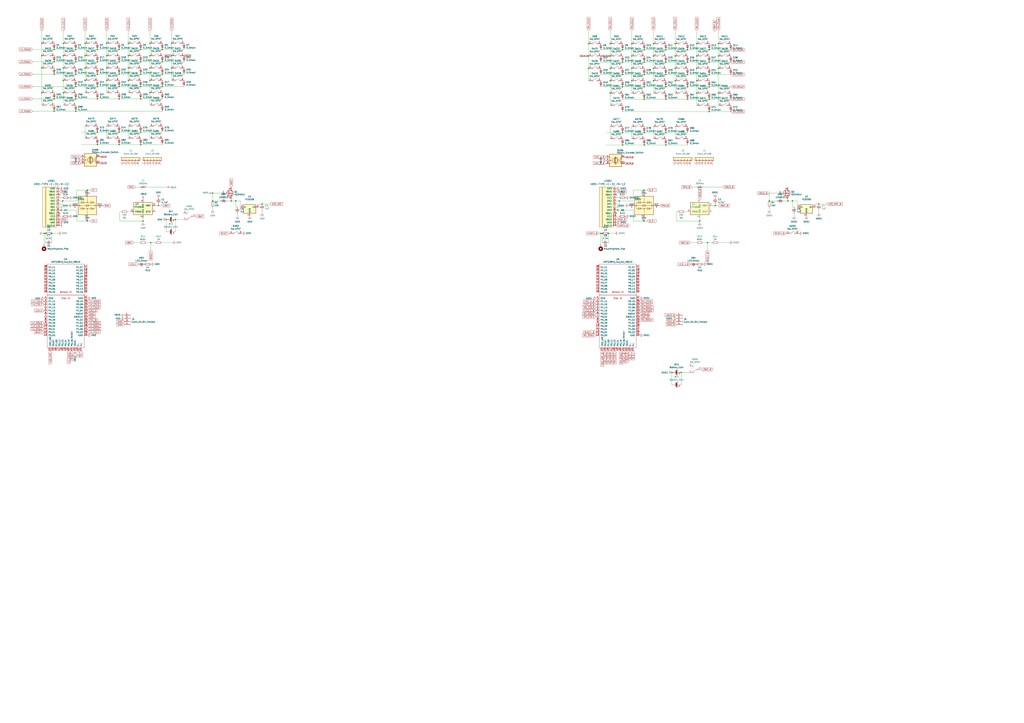
<source format=kicad_sch>
(kicad_sch (version 20211123) (generator eeschema)
  (paper "A1")
  (junction (at 574.675 181.61))
  (junction (at 97.79 71.12))
  (junction (at 62.23 71.12))
  (junction (at 511.302 40.894))
  (junction (at 115.57 81.28))
  (junction (at 501.142 76.454))
  (junction (at 529.082 40.894))
  (junction (at 483.362 56.134))
  (junction (at 529.082 71.374))
  (junction (at 123.19 35.56))
  (junction (at 193.675 165.1))
  (junction (at 559.435 306.07))
  (junction (at 501.142 56.134))
  (junction (at 140.97 35.56))
  (junction (at 546.862 81.534))
  (junction (at 87.63 66.04))
  (junction (at 130.175 168.91))
  (junction (at 572.262 35.814))
  (junction (at 140.97 45.72))
  (junction (at 42.545 191.77))
  (junction (at 71.755 156.21))
  (junction (at 62.23 50.8))
  (junction (at 34.29 45.72))
  (junction (at 647.065 165.1))
  (junction (at 529.082 119.126))
  (junction (at 44.45 50.8))
  (junction (at 115.57 118.745))
  (junction (at 590.042 35.814))
  (junction (at 546.862 40.894))
  (junction (at 536.702 45.974))
  (junction (at 581.025 199.39))
  (junction (at 44.45 91.44))
  (junction (at 564.642 40.894))
  (junction (at 536.702 56.134))
  (junction (at 115.57 60.96))
  (junction (at 80.01 118.745))
  (junction (at 123.19 66.04))
  (junction (at 123.19 76.2))
  (junction (at 529.082 81.534))
  (junction (at 44.45 40.64))
  (junction (at 590.042 45.974))
  (junction (at 34.29 35.56))
  (junction (at 69.85 45.72))
  (junction (at 554.482 66.294))
  (junction (at 123.825 199.39))
  (junction (at 564.642 71.374))
  (junction (at 501.142 66.294))
  (junction (at 123.19 45.72))
  (junction (at 52.07 66.04))
  (junction (at 529.082 108.966))
  (junction (at 52.07 35.56))
  (junction (at 80.01 108.585))
  (junction (at 97.79 60.96))
  (junction (at 69.85 35.56))
  (junction (at 587.375 168.91))
  (junction (at 215.265 167.64))
  (junction (at 52.07 45.72))
  (junction (at 115.57 71.12))
  (junction (at 499.745 191.77))
  (junction (at 501.142 35.814))
  (junction (at 529.082 51.054))
  (junction (at 36.195 191.77))
  (junction (at 590.042 56.134))
  (junction (at 71.755 181.61))
  (junction (at 97.79 108.585))
  (junction (at 87.63 35.56))
  (junction (at 518.922 35.814))
  (junction (at 105.41 45.72))
  (junction (at 87.63 45.72))
  (junction (at 564.642 81.534))
  (junction (at 80.01 40.64))
  (junction (at 97.79 50.8))
  (junction (at 44.45 81.28))
  (junction (at 105.41 66.04))
  (junction (at 115.57 40.64))
  (junction (at 69.85 55.88))
  (junction (at 80.01 81.28))
  (junction (at 80.01 60.96))
  (junction (at 511.302 108.966))
  (junction (at 51.435 165.1))
  (junction (at 590.042 76.454))
  (junction (at 546.862 119.126))
  (junction (at 554.482 56.134))
  (junction (at 62.23 60.96))
  (junction (at 115.57 108.585))
  (junction (at 554.482 45.974))
  (junction (at 507.365 172.72))
  (junction (at 572.262 66.294))
  (junction (at 97.79 40.64))
  (junction (at 546.862 108.966))
  (junction (at 144.145 180.34))
  (junction (at 546.862 71.374))
  (junction (at 536.702 66.294))
  (junction (at 564.642 51.054))
  (junction (at 62.23 91.44))
  (junction (at 80.01 71.12))
  (junction (at 582.422 51.054))
  (junction (at 105.41 55.88))
  (junction (at 493.395 191.77))
  (junction (at 518.922 45.974))
  (junction (at 133.35 40.64))
  (junction (at 511.302 61.214))
  (junction (at 174.625 165.1))
  (junction (at 582.422 61.214))
  (junction (at 52.07 55.88))
  (junction (at 564.642 61.214))
  (junction (at 52.07 76.2))
  (junction (at 87.63 55.88))
  (junction (at 483.362 35.814))
  (junction (at 631.825 165.1))
  (junction (at 554.482 35.814))
  (junction (at 582.422 40.894))
  (junction (at 123.19 55.88))
  (junction (at 546.862 61.214))
  (junction (at 80.01 50.8))
  (junction (at 511.302 51.054))
  (junction (at 140.97 55.88))
  (junction (at 518.922 56.134))
  (junction (at 546.862 51.054))
  (junction (at 528.955 156.21))
  (junction (at 551.815 306.07))
  (junction (at 69.85 66.04))
  (junction (at 501.142 45.974))
  (junction (at 582.422 91.694))
  (junction (at 582.422 71.374))
  (junction (at 582.422 81.534))
  (junction (at 50.165 172.72))
  (junction (at 650.875 165.1))
  (junction (at 672.465 167.64))
  (junction (at 97.79 81.28))
  (junction (at 529.082 61.214))
  (junction (at 34.29 55.88))
  (junction (at 483.362 45.974))
  (junction (at 174.625 158.75))
  (junction (at 97.79 118.745))
  (junction (at 494.665 191.77))
  (junction (at 511.302 119.126))
  (junction (at 572.262 45.974))
  (junction (at 511.302 71.374))
  (junction (at 572.262 76.454))
  (junction (at 508.635 165.1))
  (junction (at 133.35 60.96))
  (junction (at 37.465 191.77))
  (junction (at 62.23 81.28))
  (junction (at 62.23 40.64))
  (junction (at 44.45 60.96))
  (junction (at 536.702 35.814))
  (junction (at 115.57 50.8))
  (junction (at 518.922 66.294))
  (junction (at 133.35 71.12))
  (junction (at 572.262 56.134))
  (junction (at 117.475 181.61))
  (junction (at 133.35 50.8))
  (junction (at 136.525 180.34))
  (junction (at 189.865 165.1))
  (junction (at 34.29 76.2))
  (junction (at 528.955 181.61))
  (junction (at 105.41 35.56))
  (no_connect (at 48.895 175.26))
  (no_connect (at 506.095 175.26))
  (no_connect (at 48.895 160.02))
  (no_connect (at 506.095 160.02))
  (wire (pts (xy 62.865 165.1) (xy 62.865 156.21)))
  (wire (pts (xy 582.422 81.534) (xy 564.642 81.534)))
  (wire (pts (xy 120.015 199.39) (xy 123.825 199.39)))
  (wire (pts (xy 647.065 165.1) (xy 650.875 165.1)))
  (wire (pts (xy 69.85 55.88) (xy 69.85 45.72)))
  (wire (pts (xy 483.362 56.134) (xy 483.362 66.294)))
  (wire (pts (xy 66.675 118.745) (xy 80.01 118.745)))
  (wire (pts (xy 483.362 35.814) (xy 483.362 45.974)))
  (wire (pts (xy 97.79 60.96) (xy 80.01 60.96)))
  (wire (pts (xy 174.625 158.75) (xy 182.245 158.75)))
  (wire (pts (xy 518.922 114.046) (xy 518.922 103.886)))
  (wire (pts (xy 117.475 181.61) (xy 117.475 182.88)))
  (wire (pts (xy 572.262 56.134) (xy 572.262 45.974)))
  (wire (pts (xy 133.35 40.64) (xy 115.57 40.64)))
  (wire (pts (xy 97.79 118.745) (xy 115.57 118.745)))
  (wire (pts (xy 518.922 76.454) (xy 518.922 66.294)))
  (wire (pts (xy 643.255 165.1) (xy 647.065 165.1)))
  (wire (pts (xy 193.675 170.18) (xy 193.675 165.1)))
  (wire (pts (xy 568.325 153.67) (xy 572.135 153.67)))
  (wire (pts (xy 111.125 153.67) (xy 114.935 153.67)))
  (wire (pts (xy 50.165 172.72) (xy 62.865 172.72)))
  (wire (pts (xy 174.625 158.75) (xy 174.625 165.1)))
  (wire (pts (xy 551.815 316.23) (xy 551.815 306.07)))
  (wire (pts (xy 501.142 56.134) (xy 501.142 45.974)))
  (wire (pts (xy 587.375 167.64) (xy 587.375 168.91)))
  (wire (pts (xy 130.175 168.91) (xy 132.715 168.91)))
  (wire (pts (xy 506.095 162.56) (xy 508.635 162.56)))
  (wire (pts (xy 44.45 91.44) (xy 26.67 91.44)))
  (wire (pts (xy 115.57 108.585) (xy 133.35 108.585)))
  (wire (pts (xy 572.262 35.814) (xy 572.262 25.654)))
  (wire (pts (xy 189.865 163.83) (xy 189.865 165.1)))
  (wire (pts (xy 194.945 175.26) (xy 194.945 177.8)))
  (wire (pts (xy 520.065 156.21) (xy 528.955 156.21)))
  (wire (pts (xy 115.57 71.12) (xy 97.79 71.12)))
  (wire (pts (xy 80.01 71.12) (xy 62.23 71.12)))
  (wire (pts (xy 44.45 50.8) (xy 26.67 50.8)))
  (wire (pts (xy 48.895 177.8) (xy 51.435 177.8)))
  (wire (pts (xy 174.625 170.18) (xy 174.625 172.72)))
  (wire (pts (xy 123.19 45.72) (xy 123.19 35.56)))
  (wire (pts (xy 212.725 170.18) (xy 212.725 167.64)))
  (wire (pts (xy 506.095 167.64) (xy 507.365 167.64)))
  (wire (pts (xy 52.07 66.04) (xy 52.07 55.88)))
  (wire (pts (xy 105.41 66.04) (xy 105.41 55.88)))
  (wire (pts (xy 98.425 173.99) (xy 98.425 181.61)))
  (wire (pts (xy 62.23 60.96) (xy 44.45 60.96)))
  (wire (pts (xy 123.19 35.56) (xy 123.19 25.4)))
  (wire (pts (xy 69.85 66.04) (xy 69.85 55.88)))
  (wire (pts (xy 511.302 108.966) (xy 529.082 108.966)))
  (wire (pts (xy 572.262 76.454) (xy 572.262 66.294)))
  (wire (pts (xy 80.01 60.96) (xy 62.23 60.96)))
  (wire (pts (xy 564.642 71.374) (xy 546.862 71.374)))
  (wire (pts (xy 136.525 190.5) (xy 136.525 180.34)))
  (wire (pts (xy 589.915 199.39) (xy 598.805 199.39)))
  (wire (pts (xy 650.875 165.1) (xy 654.685 165.1)))
  (wire (pts (xy 62.23 50.8) (xy 44.45 50.8)))
  (wire (pts (xy 631.825 158.75) (xy 631.825 165.1)))
  (wire (pts (xy 87.63 55.88) (xy 87.63 45.72)))
  (wire (pts (xy 546.862 61.214) (xy 529.082 61.214)))
  (wire (pts (xy 546.862 40.894) (xy 529.082 40.894)))
  (wire (pts (xy 497.967 108.966) (xy 511.302 108.966)))
  (wire (pts (xy 140.97 45.72) (xy 140.97 35.56)))
  (wire (pts (xy 529.082 61.214) (xy 511.302 61.214)))
  (wire (pts (xy 506.095 177.8) (xy 508.635 177.8)))
  (wire (pts (xy 590.042 56.134) (xy 590.042 76.454)))
  (wire (pts (xy 501.142 114.046) (xy 501.142 103.886)))
  (wire (pts (xy 536.702 45.974) (xy 536.702 35.814)))
  (wire (pts (xy 115.57 50.8) (xy 97.79 50.8)))
  (wire (pts (xy 493.522 51.054) (xy 511.302 51.054)))
  (wire (pts (xy 123.19 86.36) (xy 123.19 76.2)))
  (wire (pts (xy 507.365 172.72) (xy 520.065 172.72)))
  (wire (pts (xy 536.702 56.134) (xy 536.702 45.974)))
  (wire (pts (xy 71.755 181.61) (xy 74.295 181.61)))
  (wire (pts (xy 34.29 45.72) (xy 34.29 35.56)))
  (wire (pts (xy 554.482 114.046) (xy 554.482 103.886)))
  (wire (pts (xy 600.202 61.214) (xy 582.422 61.214)))
  (wire (pts (xy 554.482 45.974) (xy 554.482 35.814)))
  (wire (pts (xy 672.465 172.72) (xy 672.465 175.26)))
  (wire (pts (xy 556.895 173.99) (xy 555.625 173.99)))
  (wire (pts (xy 97.79 71.12) (xy 80.01 71.12)))
  (wire (pts (xy 80.01 108.585) (xy 97.79 108.585)))
  (wire (pts (xy 97.79 108.585) (xy 115.57 108.585)))
  (wire (pts (xy 497.967 119.126) (xy 511.302 119.126)))
  (wire (pts (xy 87.63 76.2) (xy 87.63 66.04)))
  (wire (pts (xy 87.63 66.04) (xy 87.63 55.88)))
  (wire (pts (xy 600.202 40.894) (xy 582.422 40.894)))
  (wire (pts (xy 511.302 71.374) (xy 493.522 71.374)))
  (wire (pts (xy 130.175 167.64) (xy 130.175 168.91)))
  (wire (pts (xy 62.23 40.64) (xy 44.45 40.64)))
  (wire (pts (xy 564.642 51.054) (xy 546.862 51.054)))
  (wire (pts (xy 572.262 66.294) (xy 572.262 56.134)))
  (wire (pts (xy 518.922 56.134) (xy 518.922 45.974)))
  (wire (pts (xy 69.85 113.665) (xy 69.85 103.505)))
  (wire (pts (xy 105.41 55.88) (xy 105.41 45.72)))
  (wire (pts (xy 144.145 190.5) (xy 144.145 180.34)))
  (wire (pts (xy 650.875 170.18) (xy 650.875 165.1)))
  (wire (pts (xy 186.055 165.1) (xy 189.865 165.1)))
  (wire (pts (xy 34.29 55.88) (xy 34.29 45.72)))
  (wire (pts (xy 151.13 60.96) (xy 133.35 60.96)))
  (wire (pts (xy 511.302 40.894) (xy 493.522 40.894)))
  (wire (pts (xy 51.435 170.18) (xy 48.895 170.18)))
  (wire (pts (xy 536.702 66.294) (xy 536.702 56.134)))
  (wire (pts (xy 587.375 168.91) (xy 589.915 168.91)))
  (wire (pts (xy 97.79 50.8) (xy 80.01 50.8)))
  (wire (pts (xy 493.395 191.77) (xy 494.665 191.77)))
  (wire (pts (xy 115.57 118.745) (xy 133.35 118.745)))
  (wire (pts (xy 501.142 76.454) (xy 501.142 66.294)))
  (wire (pts (xy 69.85 45.72) (xy 69.85 35.56)))
  (wire (pts (xy 62.865 156.21) (xy 71.755 156.21)))
  (wire (pts (xy 600.202 51.054) (xy 582.422 51.054)))
  (wire (pts (xy 123.825 199.39) (xy 127.635 199.39)))
  (wire (pts (xy 582.422 40.894) (xy 564.642 40.894)))
  (wire (pts (xy 48.895 167.64) (xy 50.165 167.64)))
  (wire (pts (xy 650.875 170.18) (xy 652.145 170.18)))
  (wire (pts (xy 62.865 172.72) (xy 62.865 181.61)))
  (wire (pts (xy 48.895 165.1) (xy 51.435 165.1)))
  (wire (pts (xy 52.07 76.2) (xy 52.07 86.36)))
  (wire (pts (xy 62.23 91.44) (xy 44.45 91.44)))
  (wire (pts (xy 42.545 191.77) (xy 47.625 191.77)))
  (wire (pts (xy 546.862 71.374) (xy 529.082 71.374)))
  (wire (pts (xy 581.025 199.39) (xy 584.835 199.39)))
  (wire (pts (xy 499.745 199.39) (xy 499.745 191.77)))
  (wire (pts (xy 117.475 179.07) (xy 117.475 181.61)))
  (wire (pts (xy 140.97 55.88) (xy 140.97 66.04)))
  (wire (pts (xy 36.195 191.77) (xy 37.465 191.77)))
  (wire (pts (xy 669.925 170.18) (xy 669.925 167.64)))
  (wire (pts (xy 529.082 40.894) (xy 511.302 40.894)))
  (wire (pts (xy 600.202 71.374) (xy 582.422 71.374)))
  (wire (pts (xy 52.07 76.2) (xy 52.07 66.04)))
  (wire (pts (xy 483.362 45.974) (xy 483.362 56.134)))
  (wire (pts (xy 501.142 76.454) (xy 501.142 86.614)))
  (wire (pts (xy 590.042 45.974) (xy 590.042 35.814)))
  (wire (pts (xy 631.825 165.1) (xy 638.175 165.1)))
  (wire (pts (xy 574.675 181.61) (xy 574.675 182.88)))
  (wire (pts (xy 80.01 50.8) (xy 62.23 50.8)))
  (wire (pts (xy 584.835 168.91) (xy 587.375 168.91)))
  (wire (pts (xy 507.365 172.72) (xy 506.095 172.72)))
  (wire (pts (xy 582.422 61.214) (xy 564.642 61.214)))
  (wire (pts (xy 87.63 35.56) (xy 87.63 25.4)))
  (wire (pts (xy 37.465 191.77) (xy 37.465 199.39)))
  (wire (pts (xy 174.625 165.1) (xy 180.975 165.1)))
  (wire (pts (xy 52.07 35.56) (xy 52.07 25.4)))
  (wire (pts (xy 212.725 167.64) (xy 215.265 167.64)))
  (wire (pts (xy 193.675 165.1) (xy 197.485 165.1)))
  (wire (pts (xy 590.042 56.134) (xy 590.042 45.974)))
  (wire (pts (xy 582.422 71.374) (xy 564.642 71.374)))
  (wire (pts (xy 555.625 181.61) (xy 574.675 181.61)))
  (wire (pts (xy 647.065 163.83) (xy 647.065 165.1)))
  (wire (pts (xy 44.45 40.64) (xy 26.67 40.64)))
  (wire (pts (xy 546.862 81.534) (xy 529.082 81.534)))
  (wire (pts (xy 572.262 45.974) (xy 572.262 35.814)))
  (wire (pts (xy 536.702 76.454) (xy 536.702 66.294)))
  (wire (pts (xy 215.265 167.64) (xy 221.615 167.64)))
  (wire (pts (xy 518.922 45.974) (xy 518.922 35.814)))
  (wire (pts (xy 494.665 191.77) (xy 494.665 199.39)))
  (wire (pts (xy 71.755 156.21) (xy 74.295 156.21)))
  (wire (pts (xy 508.635 165.1) (xy 520.065 165.1)))
  (wire (pts (xy 105.41 113.665) (xy 105.41 103.505)))
  (wire (pts (xy 123.19 55.88) (xy 123.19 45.72)))
  (wire (pts (xy 559.435 306.07) (xy 565.785 306.07)))
  (wire (pts (xy 127.635 168.91) (xy 130.175 168.91)))
  (wire (pts (xy 115.57 60.96) (xy 97.79 60.96)))
  (wire (pts (xy 536.702 35.814) (xy 536.702 25.654)))
  (wire (pts (xy 528.955 156.21) (xy 531.495 156.21)))
  (wire (pts (xy 554.482 76.454) (xy 554.482 66.294)))
  (wire (pts (xy 631.825 170.18) (xy 631.825 172.72)))
  (wire (pts (xy 69.85 35.56) (xy 69.85 25.4)))
  (wire (pts (xy 529.082 71.374) (xy 511.302 71.374)))
  (wire (pts (xy 520.065 165.1) (xy 520.065 156.21)))
  (wire (pts (xy 508.635 165.1) (xy 508.635 170.18)))
  (wire (pts (xy 51.435 165.1) (xy 51.435 170.18)))
  (wire (pts (xy 215.265 172.72) (xy 215.265 175.26)))
  (wire (pts (xy 564.642 40.894) (xy 546.862 40.894)))
  (wire (pts (xy 529.082 81.534) (xy 511.302 81.534)))
  (wire (pts (xy 151.13 40.64) (xy 133.35 40.64)))
  (wire (pts (xy 574.675 179.07) (xy 574.675 181.61)))
  (wire (pts (xy 546.862 119.126) (xy 564.642 119.126)))
  (wire (pts (xy 590.042 76.454) (xy 590.042 86.614)))
  (wire (pts (xy 34.29 35.56) (xy 34.29 25.4)))
  (wire (pts (xy 197.485 165.1) (xy 197.485 170.18)))
  (wire (pts (xy 511.302 91.694) (xy 582.422 91.694)))
  (wire (pts (xy 189.865 165.1) (xy 193.675 165.1)))
  (wire (pts (xy 577.215 199.39) (xy 581.025 199.39)))
  (wire (pts (xy 652.145 175.26) (xy 652.145 177.8)))
  (wire (pts (xy 582.422 91.694) (xy 600.202 91.694)))
  (wire (pts (xy 140.97 35.56) (xy 140.97 25.4)))
  (wire (pts (xy 518.922 35.814) (xy 518.922 25.654)))
  (wire (pts (xy 501.142 45.974) (xy 501.142 35.814)))
  (wire (pts (xy 99.695 173.99) (xy 98.425 173.99)))
  (wire (pts (xy 34.29 55.88) (xy 34.29 76.2)))
  (wire (pts (xy 546.862 51.054) (xy 529.082 51.054)))
  (wire (pts (xy 51.435 165.1) (xy 62.865 165.1)))
  (wire (pts (xy 115.57 81.28) (xy 97.79 81.28)))
  (wire (pts (xy 26.67 71.12) (xy 62.23 71.12)))
  (wire (pts (xy 123.19 113.665) (xy 123.19 103.505)))
  (wire (pts (xy 499.745 191.77) (xy 504.825 191.77)))
  (wire (pts (xy 140.97 45.72) (xy 140.97 55.88)))
  (wire (pts (xy 34.925 191.77) (xy 36.195 191.77)))
  (wire (pts (xy 87.63 45.72) (xy 87.63 35.56)))
  (wire (pts (xy 123.825 199.39) (xy 123.825 205.74)))
  (wire (pts (xy 518.922 66.294) (xy 518.922 56.134)))
  (wire (pts (xy 42.545 199.39) (xy 42.545 191.77)))
  (wire (pts (xy 87.63 113.665) (xy 87.63 103.505)))
  (wire (pts (xy 133.35 50.8) (xy 115.57 50.8)))
  (wire (pts (xy 80.01 118.745) (xy 97.79 118.745)))
  (wire (pts (xy 554.482 66.294) (xy 554.482 56.134)))
  (wire (pts (xy 132.715 199.39) (xy 141.605 199.39)))
  (wire (pts (xy 520.065 181.61) (xy 528.955 181.61)))
  (wire (pts (xy 52.07 55.88) (xy 52.07 45.72)))
  (wire (pts (xy 120.015 153.67) (xy 136.525 153.67)))
  (wire (pts (xy 564.642 81.534) (xy 546.862 81.534)))
  (wire (pts (xy 69.85 76.2) (xy 69.85 66.04)))
  (wire (pts (xy 572.262 86.614) (xy 572.262 76.454)))
  (wire (pts (xy 50.165 167.64) (xy 50.165 172.72)))
  (wire (pts (xy 123.19 76.2) (xy 123.19 66.04)))
  (wire (pts (xy 80.01 81.28) (xy 62.23 81.28)))
  (wire (pts (xy 104.775 173.99) (xy 107.315 173.99)))
  (wire (pts (xy 109.855 199.39) (xy 114.935 199.39)))
  (wire (pts (xy 669.925 167.64) (xy 672.465 167.64)))
  (wire (pts (xy 133.35 71.12) (xy 115.57 71.12)))
  (wire (pts (xy 631.825 158.75) (xy 639.445 158.75)))
  (wire (pts (xy 555.625 173.99) (xy 555.625 181.61)))
  (wire (pts (xy 34.29 76.2) (xy 34.29 86.36)))
  (wire (pts (xy 66.675 108.585) (xy 80.01 108.585)))
  (wire (pts (xy 536.702 114.046) (xy 536.702 103.886)))
  (wire (pts (xy 62.23 91.44) (xy 133.35 91.44)))
  (wire (pts (xy 511.302 61.214) (xy 493.522 61.214)))
  (wire (pts (xy 546.862 108.966) (xy 564.642 108.966)))
  (wire (pts (xy 529.082 51.054) (xy 511.302 51.054)))
  (wire (pts (xy 50.165 172.72) (xy 48.895 172.72)))
  (wire (pts (xy 672.465 167.64) (xy 678.815 167.64)))
  (wire (pts (xy 492.125 191.77) (xy 493.395 191.77)))
  (wire (pts (xy 508.635 170.18) (xy 506.095 170.18)))
  (wire (pts (xy 62.865 181.61) (xy 71.755 181.61)))
  (wire (pts (xy 151.13 50.8) (xy 133.35 50.8)))
  (wire (pts (xy 133.35 60.96) (xy 115.57 60.96)))
  (wire (pts (xy 97.79 40.64) (xy 80.01 40.64)))
  (wire (pts (xy 97.79 81.28) (xy 80.01 81.28)))
  (wire (pts (xy 506.095 165.1) (xy 508.635 165.1)))
  (wire (pts (xy 654.685 165.1) (xy 654.685 170.18)))
  (wire (pts (xy 564.642 61.214) (xy 546.862 61.214)))
  (wire (pts (xy 581.025 199.39) (xy 581.025 205.74)))
  (wire (pts (xy 483.362 35.814) (xy 483.362 25.654)))
  (wire (pts (xy 193.675 170.18) (xy 194.945 170.18)))
  (wire (pts (xy 144.145 180.34) (xy 150.495 180.34)))
  (wire (pts (xy 62.23 81.28) (xy 44.45 81.28)))
  (wire (pts (xy 520.065 172.72) (xy 520.065 181.61)))
  (wire (pts (xy 554.482 56.134) (xy 554.482 45.974)))
  (wire (pts (xy 48.895 162.56) (xy 51.435 162.56)))
  (wire (pts (xy 507.365 167.64) (xy 507.365 172.72)))
  (wire (pts (xy 567.055 199.39) (xy 572.135 199.39)))
  (wire (pts (xy 590.042 35.814) (xy 590.042 25.654)))
  (wire (pts (xy 561.975 173.99) (xy 564.515 173.99)))
  (wire (pts (xy 528.955 181.61) (xy 531.495 181.61)))
  (wire (pts (xy 44.45 81.28) (xy 26.67 81.28)))
  (wire (pts (xy 44.45 60.96) (xy 26.67 60.96)))
  (wire (pts (xy 80.01 40.64) (xy 62.23 40.64)))
  (wire (pts (xy 36.195 191.77) (xy 36.195 200.66)))
  (wire (pts (xy 529.082 119.126) (xy 546.862 119.126)))
  (wire (pts (xy 501.142 35.814) (xy 501.142 25.654)))
  (wire (pts (xy 511.302 119.126) (xy 529.082 119.126)))
  (wire (pts (xy 105.41 35.56) (xy 105.41 25.4)))
  (wire (pts (xy 529.082 108.966) (xy 546.862 108.966)))
  (wire (pts (xy 559.435 316.23) (xy 559.435 306.07)))
  (wire (pts (xy 105.41 76.2) (xy 105.41 66.04)))
  (wire (pts (xy 52.07 45.72) (xy 52.07 35.56)))
  (wire (pts (xy 105.41 45.72) (xy 105.41 35.56)))
  (wire (pts (xy 98.425 181.61) (xy 117.475 181.61)))
  (wire (pts (xy 123.19 66.04) (xy 123.19 55.88)))
  (wire (pts (xy 600.202 81.534) (xy 582.422 81.534)))
  (wire (pts (xy 493.395 191.77) (xy 493.395 200.66)))
  (wire (pts (xy 577.215 153.67) (xy 593.725 153.67)))
  (wire (pts (xy 554.482 35.814) (xy 554.482 25.654)))
  (wire (pts (xy 133.35 71.12) (xy 151.13 71.12)))
  (wire (pts (xy 582.422 51.054) (xy 564.642 51.054)))
  (wire (pts (xy 115.57 40.64) (xy 97.79 40.64)))
  (wire (pts (xy 133.35 81.28) (xy 115.57 81.28)))
  (wire (pts (xy 501.142 66.294) (xy 501.142 56.134)))
  (global_label "BVOLT" (shape input) (at 123.825 205.74 270) (property "Intersheet References" "${INTERSHEET_REFS}" (effects hide)))
  (global_label "SWD_B" (shape input) (at 525.145 257.81 0) (property "Intersheet References" "${INTERSHEET_REFS}" (effects hide)))
  (global_label "ENC_P1" (shape input) (at 81.915 128.905 0) (effects (font (size 0.762 0.762))) (property "Intersheet References" "${INTERSHEET_REFS}" (effects hide)))
  (global_label "LH_ROW5" (shape input) (at 71.755 247.65 0) (property "Intersheet References" "${INTERSHEET_REFS}" (effects hide)))
  (global_label "RH_ROW0" (shape input) (at 525.145 255.27 0) (property "Intersheet References" "${INTERSHEET_REFS}" (effects hide)))
  (global_label "LH_COL5" (shape input) (at 123.19 25.4 90) (property "Intersheet References" "${INTERSHEET_REFS}" (effects hide)))
  (global_label "ENC_B" (shape input) (at 71.755 262.89 0) (property "Intersheet References" "${INTERSHEET_REFS}" (effects hide)))
  (global_label "LED_1" (shape input) (at 113.665 217.17 180) (property "Intersheet References" "${INTERSHEET_REFS}" (effects hide)))
  (global_label "LH_ROW5" (shape input) (at 26.67 91.44 180) (property "Intersheet References" "${INTERSHEET_REFS}" (effects hide)))
  (global_label "D+" (shape input) (at 74.295 181.61 0) (property "Intersheet References" "${INTERSHEET_REFS}" (effects hide)))
  (global_label "RAW_B" (shape input) (at 506.095 157.48 0) (property "Intersheet References" "${INTERSHEET_REFS}" (effects hide)))
  (global_label "RESET" (shape input) (at 59.055 288.29 270) (property "Intersheet References" "${INTERSHEET_REFS}" (effects hide)))
  (global_label "RH_ROW4" (shape input) (at 600.202 81.534 0) (property "Intersheet References" "${INTERSHEET_REFS}" (effects hide)))
  (global_label "ENC_P1" (shape input) (at 140.97 45.72 180) (effects (font (size 0.762 0.762))) (property "Intersheet References" "${INTERSHEET_REFS}" (effects hide)))
  (global_label "RH_COL3" (shape input) (at 499.745 288.29 270) (property "Intersheet References" "${INTERSHEET_REFS}" (effects hide)))
  (global_label "D-" (shape input) (at 64.135 288.29 270) (property "Intersheet References" "${INTERSHEET_REFS}" (effects hide)))
  (global_label "RH_COL2" (shape input) (at 518.922 25.146 90) (property "Intersheet References" "${INTERSHEET_REFS}" (effects hide)))
  (global_label "RH_COL4" (shape input) (at 497.205 288.29 270) (property "Intersheet References" "${INTERSHEET_REFS}" (effects hide)))
  (global_label "SWC" (shape input) (at 102.235 264.16 180) (property "Intersheet References" "${INTERSHEET_REFS}" (effects hide)))
  (global_label "RH_ROW2" (shape input) (at 525.145 262.89 0) (property "Intersheet References" "${INTERSHEET_REFS}" (effects hide)))
  (global_label "ENC_P1_B" (shape input) (at 483.362 45.974 180) (effects (font (size 0.762 0.762))) (property "Intersheet References" "${INTERSHEET_REFS}" (effects hide)))
  (global_label "VBAT_B" (shape input) (at 586.867 25.781 90) (property "Intersheet References" "${INTERSHEET_REFS}" (effects hide)))
  (global_label "VDD_NRF" (shape input) (at 41.275 288.29 270) (property "Intersheet References" "${INTERSHEET_REFS}" (effects hide)))
  (global_label "LH_ROW2" (shape input) (at 26.67 60.96 180) (property "Intersheet References" "${INTERSHEET_REFS}" (effects hide)))
  (global_label "LH_COL6" (shape input) (at 140.97 25.4 90) (property "Intersheet References" "${INTERSHEET_REFS}" (effects hide)))
  (global_label "SWC" (shape input) (at 71.755 260.35 0) (property "Intersheet References" "${INTERSHEET_REFS}" (effects hide)))
  (global_label "RH_ROW3" (shape input) (at 600.202 71.374 0) (property "Intersheet References" "${INTERSHEET_REFS}" (effects hide)))
  (global_label "VBUS_B" (shape input) (at 514.985 288.29 270) (property "Intersheet References" "${INTERSHEET_REFS}" (effects hide)))
  (global_label "D-" (shape input) (at 74.295 156.21 0) (property "Intersheet References" "${INTERSHEET_REFS}" (effects hide)))
  (global_label "RH_COL5" (shape input) (at 572.262 25.146 90) (property "Intersheet References" "${INTERSHEET_REFS}" (effects hide)))
  (global_label "LH_COL2" (shape input) (at 36.195 267.97 180) (property "Intersheet References" "${INTERSHEET_REFS}" (effects hide)))
  (global_label "ENC_P1_B" (shape input) (at 513.08 129.286 0) (effects (font (size 0.762 0.762))) (property "Intersheet References" "${INTERSHEET_REFS}" (effects hide)))
  (global_label "RAW" (shape input) (at 111.125 153.67 180) (property "Intersheet References" "${INTERSHEET_REFS}" (effects hide)))
  (global_label "RAW" (shape input) (at 84.455 168.91 0) (property "Intersheet References" "${INTERSHEET_REFS}" (effects hide)))
  (global_label "LH_COL3" (shape input) (at 56.515 288.29 270) (property "Intersheet References" "${INTERSHEET_REFS}" (effects hide)))
  (global_label "LH_COL5" (shape input) (at 71.755 250.19 0) (property "Intersheet References" "${INTERSHEET_REFS}" (effects hide)))
  (global_label "ENC_A_B" (shape input) (at 497.84 129.032 180) (property "Intersheet References" "${INTERSHEET_REFS}" (effects hide)))
  (global_label "RH_COL5" (shape input) (at 525.145 250.19 0) (property "Intersheet References" "${INTERSHEET_REFS}" (effects hide)))
  (global_label "ENC_A" (shape input) (at 66.675 128.905 180) (property "Intersheet References" "${INTERSHEET_REFS}" (effects hide)))
  (global_label "LH_COL4" (shape input) (at 71.755 273.05 0) (property "Intersheet References" "${INTERSHEET_REFS}" (effects hide)))
  (global_label "VBAT" (shape input) (at 160.655 177.8 0) (property "Intersheet References" "${INTERSHEET_REFS}" (effects hide)))
  (global_label "LH_COL0" (shape input) (at 36.195 247.65 180) (property "Intersheet References" "${INTERSHEET_REFS}" (effects hide)))
  (global_label "VBAT_B" (shape input) (at 567.055 199.39 180) (property "Intersheet References" "${INTERSHEET_REFS}" (effects hide)))
  (global_label "ENC_B_B" (shape input) (at 497.84 134.112 180) (property "Intersheet References" "${INTERSHEET_REFS}" (effects hide)))
  (global_label "LH_COL2" (shape input) (at 69.85 25.4 90) (property "Intersheet References" "${INTERSHEET_REFS}" (effects hide)))
  (global_label "B_D-" (shape input) (at 517.525 288.29 270) (property "Intersheet References" "${INTERSHEET_REFS}" (effects hide)))
  (global_label "LH_ROW4" (shape input) (at 26.67 81.28 180) (property "Intersheet References" "${INTERSHEET_REFS}" (effects hide)))
  (global_label "RH_ROW2" (shape input) (at 600.202 61.214 0) (property "Intersheet References" "${INTERSHEET_REFS}" (effects hide)))
  (global_label "ENC_P2_B" (shape input) (at 493.522 45.974 0) (effects (font (size 0.762 0.762))) (property "Intersheet References" "${INTERSHEET_REFS}" (effects hide)))
  (global_label "RH_ROW5" (shape input) (at 600.202 91.694 0) (property "Intersheet References" "${INTERSHEET_REFS}" (effects hide)))
  (global_label "RESET_B" (shape input) (at 645.795 191.77 180) (property "Intersheet References" "${INTERSHEET_REFS}" (effects hide)))
  (global_label "ENC_B_B" (shape input) (at 489.585 250.19 180) (property "Intersheet References" "${INTERSHEET_REFS}" (effects hide)))
  (global_label "RH_COL3" (shape input) (at 536.702 25.146 90) (property "Intersheet References" "${INTERSHEET_REFS}" (effects hide)))
  (global_label "LH_COL1" (shape input) (at 36.195 250.19 180) (property "Intersheet References" "${INTERSHEET_REFS}" (effects hide)))
  (global_label "RH_ROW0" (shape input) (at 600.202 40.894 0) (property "Intersheet References" "${INTERSHEET_REFS}" (effects hide)))
  (global_label "RH_COL0" (shape input) (at 489.585 252.73 180) (property "Intersheet References" "${INTERSHEET_REFS}" (effects hide)))
  (global_label "RH_ROW5" (shape input) (at 489.585 257.81 180) (property "Intersheet References" "${INTERSHEET_REFS}" (effects hide)))
  (global_label "LED_1_B" (shape input) (at 567.055 217.17 180) (property "Intersheet References" "${INTERSHEET_REFS}" (effects hide)))
  (global_label "RAW_B" (shape input) (at 541.655 168.91 0) (property "Intersheet References" "${INTERSHEET_REFS}" (effects hide)))
  (global_label "RAW_B" (shape input) (at 568.325 153.67 180) (property "Intersheet References" "${INTERSHEET_REFS}" (effects hide)))
  (global_label "RH_COL3" (shape input) (at 489.585 260.35 180) (property "Intersheet References" "${INTERSHEET_REFS}" (effects hide)))
  (global_label "BVOLT_B" (shape input) (at 581.025 205.74 270) (property "Intersheet References" "${INTERSHEET_REFS}" (effects hide)))
  (global_label "RH_COL6" (shape input) (at 590.042 25.146 90) (property "Intersheet References" "${INTERSHEET_REFS}" (effects hide)))
  (global_label "RH_COL4" (shape input) (at 554.482 25.146 90) (property "Intersheet References" "${INTERSHEET_REFS}" (effects hide)))
  (global_label "VBAT_B" (shape input) (at 589.915 168.91 0) (property "Intersheet References" "${INTERSHEET_REFS}" (effects hide)))
  (global_label "EARTH_B" (shape input) (at 506.095 185.42 0) (property "Intersheet References" "${INTERSHEET_REFS}" (effects hide)))
  (global_label "LH_COL1" (shape input) (at 52.07 25.4 90) (property "Intersheet References" "${INTERSHEET_REFS}" (effects hide)))
  (global_label "ENC_P2" (shape input) (at 151.13 45.72 0) (effects (font (size 0.762 0.762))) (property "Intersheet References" "${INTERSHEET_REFS}" (effects hide)))
  (global_label "RH_ROW3" (shape input) (at 509.905 288.29 270) (property "Intersheet References" "${INTERSHEET_REFS}" (effects hide)))
  (global_label "B_D-" (shape input) (at 531.495 156.21 0) (property "Intersheet References" "${INTERSHEET_REFS}" (effects hide)))
  (global_label "VDD_NRF" (shape input) (at 221.615 167.64 0) (property "Intersheet References" "${INTERSHEET_REFS}" (effects hide)))
  (global_label "SWC_B" (shape input) (at 555.625 264.16 180) (property "Intersheet References" "${INTERSHEET_REFS}" (effects hide)))
  (global_label "RH_COL1" (shape input) (at 501.142 25.146 90) (property "Intersheet References" "${INTERSHEET_REFS}" (effects hide)))
  (global_label "SWD" (shape input) (at 71.755 257.81 0) (property "Intersheet References" "${INTERSHEET_REFS}" (effects hide)))
  (global_label "LH_ROW0" (shape input) (at 71.755 270.51 0) (property "Intersheet References" "${INTERSHEET_REFS}" (effects hide)))
  (global_label "SWD_B" (shape input) (at 555.625 266.7 180) (property "Intersheet References" "${INTERSHEET_REFS}" (effects hide)))
  (global_label "LH_ROW4" (shape input) (at 36.195 270.51 180) (property "Intersheet References" "${INTERSHEET_REFS}" (effects hide)))
  (global_label "SWD" (shape input) (at 102.235 266.7 180) (property "Intersheet References" "${INTERSHEET_REFS}" (effects hide)))
  (global_label "VDD_NRF_B" (shape input) (at 494.665 288.29 270) (property "Intersheet References" "${INTERSHEET_REFS}" (effects hide)))
  (global_label "LH_ROW1" (shape input) (at 71.755 267.97 0) (property "Intersheet References" "${INTERSHEET_REFS}" (effects hide)))
  (global_label "VDD_NRF_B" (shape input) (at 678.815 167.64 0) (property "Intersheet References" "${INTERSHEET_REFS}" (effects hide)))
  (global_label "LH_ROW0" (shape input) (at 26.67 40.64 180) (property "Intersheet References" "${INTERSHEET_REFS}" (effects hide)))
  (global_label "RESET" (shape input) (at 188.595 191.77 180) (property "Intersheet References" "${INTERSHEET_REFS}" (effects hide)))
  (global_label "D+" (shape input) (at 66.675 288.29 270) (property "Intersheet References" "${INTERSHEET_REFS}" (effects hide)))
  (global_label "LH_ROW1" (shape input) (at 26.67 50.8 180) (property "Intersheet References" "${INTERSHEET_REFS}" (effects hide)))
  (global_label "ENC_A" (shape input) (at 71.755 255.27 0) (property "Intersheet References" "${INTERSHEET_REFS}" (effects hide)))
  (global_label "RAW" (shape input) (at 48.895 180.34 0) (property "Intersheet References" "${INTERSHEET_REFS}" (effects hide)))
  (global_label "VBUS_B" (shape input) (at 631.825 158.75 180) (property "Intersheet References" "${INTERSHEET_REFS}" (effects hide)))
  (global_label "VBUS_B" (shape input) (at 574.675 163.83 90) (property "Intersheet References" "${INTERSHEET_REFS}" (effects hide)))
  (global_label "SWC_B" (shape input) (at 525.145 260.35 0) (property "Intersheet References" "${INTERSHEET_REFS}" (effects hide)))
  (global_label "RAW" (shape input) (at 48.895 157.48 0) (property "Intersheet References" "${INTERSHEET_REFS}" (effects hide)))
  (global_label "LED_1" (shape input) (at 36.195 255.27 180) (property "Intersheet References" "${INTERSHEET_REFS}" (effects hide)))
  (global_label "RH_COL6" (shape input) (at 525.145 247.65 0) (property "Intersheet References" "${INTERSHEET_REFS}" (effects hide)))
  (global_label "LH_COL0" (shape input) (at 34.29 25.4 90) (property "Intersheet References" "${INTERSHEET_REFS}" (effects hide)))
  (global_label "LH_ROW3" (shape input) (at 36.195 265.43 180) (property "Intersheet References" "${INTERSHEET_REFS}" (effects hide)))
  (global_label "ENC_P2_B" (shape input) (at 513.08 134.366 0) (effects (font (size 0.762 0.762))) (property "Intersheet References" "${INTERSHEET_REFS}" (effects hide)))
  (global_label "LH_ROW3" (shape input) (at 26.67 71.12 180) (property "Intersheet References" "${INTERSHEET_REFS}" (effects hide)))
  (global_label "RH_COL1" (shape input) (at 504.825 288.29 270) (property "Intersheet References" "${INTERSHEET_REFS}" (effects hide)))
  (global_label "VBUS_B" (shape input) (at 555.625 259.08 180) (property "Intersheet References" "${INTERSHEET_REFS}" (effects hide)))
  (global_label "B_D+" (shape input) (at 520.065 288.29 270) (property "Intersheet References" "${INTERSHEET_REFS}" (effects hide)))
  (global_label "RH_COL0" (shape input) (at 483.362 25.146 90) (property "Intersheet References" "${INTERSHEET_REFS}" (effects hide)))
  (global_label "VBUS_B" (shape input) (at 593.725 153.67 0) (property "Intersheet References" "${INTERSHEET_REFS}" (effects hide)))
  (global_label "RH_COL2" (shape input) (at 502.285 288.29 270) (property "Intersheet References" "${INTERSHEET_REFS}" (effects hide)))
  (global_label "VBAT" (shape input) (at 132.715 168.91 0) (property "Intersheet References" "${INTERSHEET_REFS}" (effects hide)))
  (global_label "EARTH_B" (shape input) (at 492.125 191.77 180) (property "Intersheet References" "${INTERSHEET_REFS}" (effects hide)))
  (global_label "VBAT_B" (shape input) (at 575.945 303.53 0) (property "Intersheet References" "${INTERSHEET_REFS}" (effects hide)))
  (global_label "RAW_B" (shape input) (at 506.095 180.34 0) (property "Intersheet References" "${INTERSHEET_REFS}" (effects hide)))
  (global_label "ENC_P2" (shape input) (at 81.915 133.985 0) (effects (font (size 0.762 0.762))) (property "Intersheet References" "${INTERSHEET_REFS}" (effects hide)))
  (global_label "RH_ROW4" (shape input) (at 489.585 275.59 180) (property "Intersheet References" "${INTERSHEET_REFS}" (effects hide)))
  (global_label "BVOLT" (shape input) (at 36.195 273.05 180) (property "Intersheet References" "${INTERSHEET_REFS}" (effects hide)))
  (global_label "LH_ROW2" (shape input) (at 71.755 265.43 0) (property "Intersheet References" "${INTERSHEET_REFS}" (effects hide)))
  (global_label "RESET_B" (shape input) (at 512.445 288.29 270) (property "Intersheet References" "${INTERSHEET_REFS}" (effects hide)))
  (global_label "RH_ROW1" (shape input) (at 600.202 51.054 0) (property "Intersheet References" "${INTERSHEET_REFS}" (effects hide)))
  (global_label "LH_COL4" (shape input) (at 105.41 25.4 90) (property "Intersheet References" "${INTERSHEET_REFS}" (effects hide)))
  (global_label "LH_COL3" (shape input) (at 87.63 25.4 90) (property "Intersheet References" "${INTERSHEET_REFS}" (effects hide)))
  (global_label "LED_1_B" (shape input) (at 489.585 255.27 180) (property "Intersheet References" "${INTERSHEET_REFS}" (effects hide)))
  (global_label "ENC_A_B" (shape input) (at 489.585 247.65 180) (property "Intersheet References" "${INTERSHEET_REFS}" (effects hide)))
  (global_label "BVOLT_B" (shape input) (at 489.585 273.05 180) (property "Intersheet References" "${INTERSHEET_REFS}" (effects hide)))
  (global_label "ENC_B" (shape input) (at 66.675 133.985 180) (property "Intersheet References" "${INTERSHEET_REFS}" (effects hide)))
  (global_label "VBAT" (shape input) (at 109.855 199.39 180) (property "Intersheet References" "${INTERSHEET_REFS}" (effects hide)))
  (global_label "RH_ROW1" (shape input) (at 525.145 252.73 0) (property "Intersheet References" "${INTERSHEET_REFS}" (effects hide)))
  (global_label "B_D+" (shape input) (at 531.495 181.61 0) (property "Intersheet References" "${INTERSHEET_REFS}" (effects hide)))
  (global_label "VBAT" (shape input) (at 189.865 153.67 90) (property "Intersheet References" "${INTERSHEET_REFS}" (effects hide)))
  (global_label "LH_COL6" (shape input) (at 71.755 252.73 0) (property "Intersheet References" "${INTERSHEET_REFS}" (effects hide)))
  (symbol (lib_id "kicad-keyboard-parts:nRF52840_holyiot_18010") (at 53.975 251.46 0) (unit 1)
    (property "Reference" "U5" (at 53.975 212.979 0))
    (property "Value" "nRF52840_holyiot_18010" (at 53.975 215.2904 0))
    (property "Footprint" "kicad-keyboard-parts:nRF52840_holyiot_18010_HS_simple" (effects hide))
    (property "Datasheet" "http://www.holyiot.com/tp/2019042516322180424.pdf" (effects hide))
  )
  (symbol (lib_id "power:GND") (at 71.755 245.11 90) (unit 1)
    (property "Reference" "#PWR040" (effects hide))
    (property "Value" "GND" (at 75.0062 244.983 90) (effects (justify right)))
  )
  (symbol (lib_id "power:GND") (at 36.195 245.11 270) (unit 1)
    (property "Reference" "#PWR039" (effects hide))
    (property "Value" "GND" (at 32.9438 245.237 90) (effects (justify right)))
  )
  (symbol (lib_id "power:GND") (at 71.755 275.59 90) (unit 1)
    (property "Reference" "#PWR046" (effects hide))
    (property "Value" "GND" (at 75.0062 275.463 90) (effects (justify right)))
  )
  (symbol (lib_id "power:GND") (at 102.235 261.62 270) (unit 1)
    (property "Reference" "#PWR044" (effects hide))
    (property "Value" "GND" (at 98.9838 261.747 90) (effects (justify right)))
  )
  (symbol (lib_id "Type-C:HRO-TYPE-C-31-M-12") (at 46.355 168.91 0) (unit 1)
    (property "Reference" "USB1" (at 42.1132 148.6662 0) (effects (font (size 1.524 1.524))))
    (property "Value" "HRO-TYPE-C-31-M-12" (at 42.1132 151.3586 0) (effects (font (size 1.524 1.524))))
    (property "Footprint" "Type-C:HRO-TYPE-C-31-M-12-HandSoldering" (effects hide))
  )
  (symbol (lib_id "power:GND") (at 48.895 154.94 90) (unit 1)
    (property "Reference" "#PWR04" (effects hide))
    (property "Value" "GND" (at 52.1462 154.813 90) (effects (justify right)))
  )
  (symbol (lib_id "power:GND") (at 48.895 182.88 90) (unit 1)
    (property "Reference" "#PWR025" (effects hide))
    (property "Value" "GND" (at 52.1462 182.753 90) (effects (justify right)))
  )
  (symbol (lib_id "power:Earth") (at 48.895 185.42 90) (unit 1)
    (property "Reference" "#PWR029" (effects hide))
    (property "Value" "Earth" (effects hide))
  )
  (symbol (lib_id "power:Earth") (at 34.925 191.77 270) (unit 1)
    (property "Reference" "#PWR030" (effects hide))
    (property "Value" "Earth" (effects hide))
  )
  (symbol (lib_id "Mechanical:MountingHole_Pad") (at 36.195 203.2 180) (unit 1)
    (property "Reference" "H1" (at 38.735 202.1078 0) (effects (justify right)))
    (property "Value" "MountingHole_Pad" (at 38.735 204.4192 0) (effects (justify right)))
  )
  (symbol (lib_id "Device:R_Small") (at 40.005 191.77 270) (unit 1)
    (property "Reference" "R9" (at 40.005 186.7916 90))
    (property "Value" "1M" (at 40.005 189.103 90))
    (property "Footprint" "Resistor_SMD:R_0805_2012Metric" (effects hide))
  )
  (symbol (lib_id "Device:C_Small") (at 40.005 199.39 270) (unit 1)
    (property "Reference" "C7" (at 40.005 193.5734 90))
    (property "Value" "4.7n" (at 40.005 195.8848 90))
    (property "Footprint" "Capacitor_SMD:C_0805_2012Metric" (effects hide))
  )
  (symbol (lib_id "power:GND") (at 47.625 191.77 90) (unit 1)
    (property "Reference" "#PWR031" (effects hide))
    (property "Value" "GND" (at 50.8762 191.643 90) (effects (justify right)))
  )
  (symbol (lib_id "power:GND") (at 59.055 168.91 270) (unit 1)
    (property "Reference" "#PWR012" (effects hide))
    (property "Value" "GND" (at 55.8038 169.037 90) (effects (justify right)))
  )
  (symbol (lib_id "Device:R_Small") (at 53.975 162.56 270) (unit 1)
    (property "Reference" "R1" (at 53.975 157.5816 90))
    (property "Value" "5.1k" (at 53.975 159.893 90))
    (property "Footprint" "Resistor_SMD:R_0805_2012Metric" (effects hide))
  )
  (symbol (lib_id "power:GND") (at 56.515 162.56 90) (unit 1)
    (property "Reference" "#PWR07" (effects hide))
    (property "Value" "GND" (at 59.7662 162.433 90) (effects (justify right)))
  )
  (symbol (lib_id "Device:R_Small") (at 53.975 177.8 270) (unit 1)
    (property "Reference" "R7" (at 53.975 172.8216 90))
    (property "Value" "5.1k" (at 53.975 175.133 90))
    (property "Footprint" "Resistor_SMD:R_0805_2012Metric" (effects hide))
  )
  (symbol (lib_id "power:GND") (at 56.515 177.8 90) (unit 1)
    (property "Reference" "#PWR018" (effects hide))
    (property "Value" "GND" (at 59.7662 177.673 90) (effects (justify right)))
  )
  (symbol (lib_id "Device:Polyfuse_Small") (at 117.475 153.67 270) (unit 1)
    (property "Reference" "F1" (at 117.475 148.463 90))
    (property "Value" "500ma" (at 117.475 150.7744 90))
    (property "Footprint" "Fuse:Fuse_1206_3216Metric" (effects hide))
  )
  (symbol (lib_id "power:VBUS") (at 136.525 153.67 270) (unit 1)
    (property "Reference" "#PWR03" (effects hide))
    (property "Value" "VBUS" (at 139.7762 154.051 90) (effects (justify left)))
  )
  (symbol (lib_id "Battery_Management:MCP73831-3-OT") (at 117.475 171.45 0) (unit 1)
    (property "Reference" "U3" (at 112.395 167.64 0))
    (property "Value" "TP4054" (at 113.665 170.18 0))
    (property "Footprint" "Package_TO_SOT_SMD:SOT-23-5" (effects hide))
    (property "Datasheet" "http://ww1.microchip.com/downloads/en/DeviceDoc/20001984g.pdf" (effects hide))
  )
  (symbol (lib_id "power:VBUS") (at 117.475 163.83 0) (unit 1)
    (property "Reference" "#PWR011" (effects hide))
    (property "Value" "VBUS" (at 117.856 159.4358 0))
  )
  (symbol (lib_id "power:GND") (at 117.475 182.88 0) (unit 1)
    (property "Reference" "#PWR026" (effects hide))
    (property "Value" "GND" (at 117.602 187.2742 0))
  )
  (symbol (lib_id "Device:R_Small") (at 102.235 173.99 90) (unit 1)
    (property "Reference" "R5" (at 102.235 179.07 90))
    (property "Value" "10k" (at 102.235 176.53 90))
    (property "Footprint" "Resistor_SMD:R_0805_2012Metric" (effects hide))
  )
  (symbol (lib_id "Device:C_Small") (at 130.175 165.1 180) (unit 1)
    (property "Reference" "C1" (at 132.5118 163.9316 0) (effects (justify right)))
    (property "Value" "4.7uF" (at 132.5118 166.243 0) (effects (justify right)))
    (property "Footprint" "Capacitor_SMD:C_0805_2012Metric" (effects hide))
  )
  (symbol (lib_id "power:GND") (at 130.175 162.56 180) (unit 1)
    (property "Reference" "#PWR08" (effects hide))
    (property "Value" "GND" (at 130.048 158.1658 0))
  )
  (symbol (lib_id "Device:R_Small") (at 117.475 199.39 270) (unit 1)
    (property "Reference" "R11" (at 117.475 194.4116 90))
    (property "Value" "806k" (at 117.475 196.723 90))
    (property "Footprint" "Resistor_SMD:R_0805_2012Metric" (effects hide))
  )
  (symbol (lib_id "Device:R_Small") (at 130.175 199.39 270) (unit 1)
    (property "Reference" "R12" (at 130.175 194.4116 90))
    (property "Value" "2M" (at 130.175 196.723 90))
    (property "Footprint" "Resistor_SMD:R_0805_2012Metric" (effects hide))
  )
  (symbol (lib_id "power:GND") (at 141.605 199.39 90) (unit 1)
    (property "Reference" "#PWR035" (effects hide))
    (property "Value" "GND" (at 144.8562 199.263 90) (effects (justify right)))
  )
  (symbol (lib_id "kicad-keyboard-parts:XC6206PxxxMR-Regulator_Linear") (at 205.105 170.18 0) (unit 1)
    (property "Reference" "U1" (at 205.105 161.4932 0))
    (property "Value" "XC6206" (at 205.105 163.8046 0))
    (property "Footprint" "Package_TO_SOT_SMD:SOT-23" (effects hide))
    (property "Datasheet" "https://www.diodes.com/assets/Datasheets/AP2112.pdf" (effects hide))
  )
  (symbol (lib_id "power:GND") (at 205.105 177.8 0) (unit 1)
    (property "Reference" "#PWR020" (effects hide))
    (property "Value" "GND" (at 205.232 182.1942 0))
  )
  (symbol (lib_id "Transistor_FET:AO3401A") (at 187.325 158.75 0) (unit 1)
    (property "Reference" "Q1" (at 192.532 157.5816 0) (effects (justify left)))
    (property "Value" "AO3401A" (at 192.532 159.893 0) (effects (justify left)))
    (property "Footprint" "Package_TO_SOT_SMD:SOT-23" (effects hide))
    (property "Datasheet" "http://www.aosmd.com/pdfs/datasheet/AO3401A.pdf" (effects hide))
  )
  (symbol (lib_id "power:VBUS") (at 174.625 158.75 90) (unit 1)
    (property "Reference" "#PWR06" (effects hide))
    (property "Value" "VBUS" (at 171.3992 158.369 90) (effects (justify left)))
  )
  (symbol (lib_id "Device:R_Small") (at 174.625 167.64 0) (unit 1)
    (property "Reference" "R3" (at 176.1236 166.4716 0) (effects (justify left)))
    (property "Value" "10k" (at 176.1236 168.783 0) (effects (justify left)))
    (property "Footprint" "Resistor_SMD:R_0805_2012Metric" (effects hide))
  )
  (symbol (lib_id "Device:D_Schottky_Small") (at 183.515 165.1 180) (unit 1)
    (property "Reference" "D89" (at 183.515 159.8422 0))
    (property "Value" "1N5819" (at 183.515 162.1536 0))
    (property "Footprint" "Diode_SMD:D_SOD-123" (effects hide))
  )
  (symbol (lib_id "power:GND") (at 174.625 172.72 0) (unit 1)
    (property "Reference" "#PWR014" (effects hide))
    (property "Value" "GND" (at 174.752 177.1142 0))
  )
  (symbol (lib_id "power:VBUS") (at 61.595 288.29 180) (unit 1)
    (property "Reference" "#PWR048" (effects hide))
    (property "Value" "VBUS" (at 61.595 294.64 90))
  )
  (symbol (lib_id "Connector:Conn_01x04_Female") (at 107.315 261.62 0) (unit 1)
    (property "Reference" "J5" (at 108.0262 262.2296 0) (effects (justify left)))
    (property "Value" "Conn_01x04_Female" (at 108.0262 264.541 0) (effects (justify left)))
    (property "Footprint" "Connector_PinHeader_2.54mm:PinHeader_1x04_P2.54mm_Vertical" (effects hide))
  )
  (symbol (lib_id "power:VBUS") (at 102.235 259.08 90) (unit 1)
    (property "Reference" "#PWR043" (effects hide))
    (property "Value" "VBUS" (at 99.0092 258.699 90) (effects (justify left)))
  )
  (symbol (lib_id "Switch:SW_SPST") (at 193.675 191.77 0) (unit 1)
    (property "Reference" "SW92" (at 193.675 185.801 0))
    (property "Value" "SW_SPST" (at 193.675 188.1124 0))
    (property "Footprint" "Keebio-Parts:SW_SPST_TL3342" (effects hide))
  )
  (symbol (lib_id "power:GND") (at 198.755 191.77 90) (unit 1)
    (property "Reference" "#PWR032" (effects hide))
    (property "Value" "GND" (at 202.0062 191.643 90) (effects (justify right)))
  )
  (symbol (lib_id "Power_Protection:PRTR5V0U2X") (at 71.755 168.91 270) (unit 1)
    (property "Reference" "D91" (at 64.135 162.56 90) (effects (justify left)))
    (property "Value" "SR05" (at 64.135 163.83 90) (effects (justify left)))
    (property "Footprint" "Package_TO_SOT_SMD:SOT-143" (effects hide))
    (property "Datasheet" "https://assets.nexperia.com/documents/data-sheet/PRTR5V0U2X.pdf" (effects hide))
  )
  (symbol (lib_id "Device:C_Small") (at 215.265 170.18 0) (unit 1)
    (property "Reference" "C3" (at 217.6018 169.0116 0) (effects (justify left)))
    (property "Value" "1uF" (at 217.6018 171.323 0) (effects (justify left)))
    (property "Footprint" "Capacitor_SMD:C_0805_2012Metric" (effects hide))
  )
  (symbol (lib_id "power:GND") (at 215.265 175.26 0) (unit 1)
    (property "Reference" "#PWR016" (effects hide))
    (property "Value" "GND" (at 215.392 179.6542 0))
  )
  (symbol (lib_id "Device:LED_Small") (at 116.205 217.17 180) (unit 1)
    (property "Reference" "D93" (at 116.205 211.9122 0))
    (property "Value" "LED_Small" (at 116.205 214.2236 0))
    (property "Footprint" "Diode_SMD:D_0805_2012Metric" (effects hide))
  )
  (symbol (lib_id "Device:R_Small") (at 121.285 217.17 90) (unit 1)
    (property "Reference" "R15" (at 121.285 222.25 90))
    (property "Value" "1k" (at 121.285 219.71 90))
    (property "Footprint" "Resistor_SMD:R_0805_2012Metric" (effects hide))
  )
  (symbol (lib_id "power:GND") (at 123.825 217.17 90) (unit 1)
    (property "Reference" "#PWR037" (effects hide))
    (property "Value" "GND" (at 127.0762 217.043 90) (effects (justify right)))
  )
  (symbol (lib_id "Device:Battery_Cell") (at 139.065 180.34 270) (unit 1)
    (property "Reference" "BT1" (at 140.335 173.863 90))
    (property "Value" "Battery_Cell" (at 140.335 176.1744 90))
    (property "Footprint" "Connector_JST:JST_PH_S2B-PH-K_1x02_P2.00mm_Horizontal" (effects hide))
  )
  (symbol (lib_id "Switch:SW_SPDT") (at 155.575 177.8 180) (unit 1)
    (property "Reference" "SW91" (at 155.575 169.545 0))
    (property "Value" "SW_SPDT" (at 155.575 171.8564 0))
    (property "Footprint" "Button_Switch_SMD:SW_SPDT_PCM12" (effects hide))
  )
  (symbol (lib_id "power:GND") (at 136.525 180.34 270) (unit 1)
    (property "Reference" "#PWR024" (effects hide))
    (property "Value" "GND" (at 133.2738 180.467 90) (effects (justify right)))
  )
  (symbol (lib_id "Device:Battery_Cell") (at 139.065 190.5 270) (unit 1)
    (property "Reference" "BT2" (at 140.335 184.023 90))
    (property "Value" "Battery_Cell" (at 140.335 186.3344 90))
    (property "Footprint" "kicad-keyboard-parts:battery-custom-connector" (effects hide))
  )
  (symbol (lib_id "Device:C_Small") (at 194.945 172.72 0) (unit 1)
    (property "Reference" "C5" (at 197.2818 171.5516 0) (effects (justify left)))
    (property "Value" "1uF" (at 197.2818 173.863 0) (effects (justify left)))
    (property "Footprint" "Capacitor_SMD:C_0805_2012Metric" (effects hide))
  )
  (symbol (lib_id "power:GND") (at 194.945 177.8 0) (unit 1)
    (property "Reference" "#PWR019" (effects hide))
    (property "Value" "GND" (at 195.072 182.1942 0))
  )
  (symbol (lib_id "Device:Rotary_Encoder_Switch") (at 74.295 131.445 0) (unit 1)
    (property "Reference" "SW89" (at 75.565 123.19 0) (effects (justify left)))
    (property "Value" "Rotary_Encoder_Switch" (at 75.565 125.095 0) (effects (justify left)))
    (property "Footprint" "Keebio-Parts:RotaryEncoder_Alps_EC11E-Switch_Vertical_H20mm" (effects hide))
  )
  (symbol (lib_id "power:GND") (at 66.675 131.445 270) (unit 1)
    (property "Reference" "#PWR01" (effects hide))
    (property "Value" "GND" (at 62.2808 131.572 0))
  )
  (symbol (lib_id "kicad-keyboard-parts:nRF52840_holyiot_18010") (at 507.365 251.46 0) (unit 1)
    (property "Reference" "U6" (at 507.365 212.979 0))
    (property "Value" "nRF52840_holyiot_18010" (at 507.365 215.2904 0))
    (property "Footprint" "kicad-keyboard-parts:nRF52840_holyiot_18010_HS_simple" (effects hide))
    (property "Datasheet" "http://www.holyiot.com/tp/2019042516322180424.pdf" (effects hide))
  )
  (symbol (lib_id "power:GND1") (at 525.145 245.11 90) (unit 1)
    (property "Reference" "#PWR042" (effects hide))
    (property "Value" "GND1" (at 528.3962 244.983 90) (effects (justify right)))
  )
  (symbol (lib_id "power:GND1") (at 525.145 275.59 90) (unit 1)
    (property "Reference" "#PWR047" (effects hide))
    (property "Value" "GND1" (at 528.3962 275.463 90) (effects (justify right)))
  )
  (symbol (lib_id "Type-C:HRO-TYPE-C-31-M-12") (at 503.555 168.91 0) (unit 1)
    (property "Reference" "USB2" (at 499.3132 148.6662 0) (effects (font (size 1.524 1.524))))
    (property "Value" "HRO-TYPE-C-31-M-12" (at 499.3132 151.3586 0) (effects (font (size 1.524 1.524))))
    (property "Footprint" "Type-C:HRO-TYPE-C-31-M-12-HandSoldering" (effects hide))
  )
  (symbol (lib_id "power:GND1") (at 506.095 154.94 90) (unit 1)
    (property "Reference" "#PWR05" (effects hide))
    (property "Value" "GND1" (at 509.3462 154.813 90) (effects (justify right)))
  )
  (symbol (lib_id "power:GND1") (at 506.095 182.88 90) (unit 1)
    (property "Reference" "#PWR027" (effects hide))
    (property "Value" "GND1" (at 509.3462 182.753 90) (effects (justify right)))
  )
  (symbol (lib_id "Mechanical:MountingHole_Pad") (at 493.395 203.2 180) (unit 1)
    (property "Reference" "H2" (at 495.935 202.1078 0) (effects (justify right)))
    (property "Value" "MountingHole_Pad" (at 495.935 204.4192 0) (effects (justify right)))
  )
  (symbol (lib_id "Device:R_Small") (at 497.205 191.77 270) (unit 1)
    (property "Reference" "R10" (at 497.205 186.7916 90))
    (property "Value" "1M" (at 497.205 189.103 90))
    (property "Footprint" "Resistor_SMD:R_0805_2012Metric" (effects hide))
  )
  (symbol (lib_id "Device:C_Small") (at 497.205 199.39 270) (unit 1)
    (property "Reference" "C8" (at 497.205 193.5734 90))
    (property "Value" "4.7n" (at 497.205 195.8848 90))
    (property "Footprint" "Capacitor_SMD:C_0805_2012Metric" (effects hide))
  )
  (symbol (lib_id "power:GND1") (at 504.825 191.77 90) (unit 1)
    (property "Reference" "#PWR033" (effects hide))
    (property "Value" "GND1" (at 508.0762 191.643 90) (effects (justify right)))
  )
  (symbol (lib_id "Device:R_Small") (at 511.175 162.56 270) (unit 1)
    (property "Reference" "R2" (at 511.175 157.5816 90))
    (property "Value" "5.1k" (at 511.175 159.893 90))
    (property "Footprint" "Resistor_SMD:R_0805_2012Metric" (effects hide))
  )
  (symbol (lib_id "power:GND1") (at 513.715 162.56 90) (unit 1)
    (property "Reference" "#PWR09" (effects hide))
    (property "Value" "GND1" (at 516.9662 162.433 90) (effects (justify right)))
  )
  (symbol (lib_id "Device:R_Small") (at 511.175 177.8 270) (unit 1)
    (property "Reference" "R8" (at 511.175 172.8216 90))
    (property "Value" "5.1k" (at 511.175 175.133 90))
    (property "Footprint" "Resistor_SMD:R_0805_2012Metric" (effects hide))
  )
  (symbol (lib_id "power:GND1") (at 513.715 177.8 90) (unit 1)
    (property "Reference" "#PWR021" (effects hide))
    (property "Value" "GND1" (at 516.9662 177.673 90) (effects (justify right)))
  )
  (symbol (lib_id "Device:Polyfuse_Small") (at 574.675 153.67 270) (unit 1)
    (property "Reference" "F2" (at 574.675 148.463 90))
    (property "Value" "500ma" (at 574.675 150.7744 90))
    (property "Footprint" "Fuse:Fuse_1206_3216Metric" (effects hide))
  )
  (symbol (lib_id "Battery_Management:MCP73831-3-OT") (at 574.675 171.45 0) (unit 1)
    (property "Reference" "U4" (at 569.595 167.64 0))
    (property "Value" "TP4054" (at 570.865 170.18 0))
    (property "Footprint" "Package_TO_SOT_SMD:SOT-23-5" (effects hide))
    (property "Datasheet" "http://ww1.microchip.com/downloads/en/DeviceDoc/20001984g.pdf" (effects hide))
  )
  (symbol (lib_id "power:GND1") (at 574.675 182.88 0) (unit 1)
    (property "Reference" "#PWR028" (effects hide))
    (property "Value" "GND1" (at 574.802 187.2742 0))
  )
  (symbol (lib_id "Device:R_Small") (at 559.435 173.99 90) (unit 1)
    (property "Reference" "R6" (at 559.435 179.07 90))
    (property "Value" "10k" (at 559.435 176.53 90))
    (property "Footprint" "Resistor_SMD:R_0805_2012Metric" (effects hide))
  )
  (symbol (lib_id "Device:C_Small") (at 587.375 165.1 180) (unit 1)
    (property "Reference" "C2" (at 589.7118 163.9316 0) (effects (justify right)))
    (property "Value" "4.7uF" (at 589.7118 166.243 0) (effects (justify right)))
    (property "Footprint" "Capacitor_SMD:C_0805_2012Metric" (effects hide))
  )
  (symbol (lib_id "power:GND1") (at 587.375 162.56 180) (unit 1)
    (property "Reference" "#PWR010" (effects hide))
    (property "Value" "GND1" (at 587.248 158.1658 0))
  )
  (symbol (lib_id "Device:R_Small") (at 574.675 199.39 270) (unit 1)
    (property "Reference" "R13" (at 574.675 194.4116 90))
    (property "Value" "806k" (at 574.675 196.723 90))
    (property "Footprint" "Resistor_SMD:R_0805_2012Metric" (effects hide))
  )
  (symbol (lib_id "Device:R_Small") (at 587.375 199.39 270) (unit 1)
    (property "Reference" "R14" (at 587.375 194.4116 90))
    (property "Value" "2M" (at 587.375 196.723 90))
    (property "Footprint" "Resistor_SMD:R_0805_2012Metric" (effects hide))
  )
  (symbol (lib_id "power:GND1") (at 598.805 199.39 90) (unit 1)
    (property "Reference" "#PWR036" (effects hide))
    (property "Value" "GND1" (at 602.0562 199.263 90) (effects (justify right)))
  )
  (symbol (lib_id "kicad-keyboard-parts:XC6206PxxxMR-Regulator_Linear") (at 662.305 170.18 0) (unit 1)
    (property "Reference" "U2" (at 662.305 161.4932 0))
    (property "Value" "XC6206" (at 662.305 163.8046 0))
    (property "Footprint" "Package_TO_SOT_SMD:SOT-23" (effects hide))
    (property "Datasheet" "https://www.diodes.com/assets/Datasheets/AP2112.pdf" (effects hide))
  )
  (symbol (lib_id "power:GND1") (at 662.305 177.8 0) (unit 1)
    (property "Reference" "#PWR023" (effects hide))
    (property "Value" "GND1" (at 662.432 182.1942 0))
  )
  (symbol (lib_id "Transistor_FET:AO3401A") (at 644.525 158.75 0) (unit 1)
    (property "Reference" "Q2" (at 649.732 157.5816 0) (effects (justify left)))
    (property "Value" "AO3401A" (at 649.732 159.893 0) (effects (justify left)))
    (property "Footprint" "Package_TO_SOT_SMD:SOT-23" (effects hide))
    (property "Datasheet" "http://www.aosmd.com/pdfs/datasheet/AO3401A.pdf" (effects hide))
  )
  (symbol (lib_id "Device:R_Small") (at 631.825 167.64 0) (unit 1)
    (property "Reference" "R4" (at 633.3236 166.4716 0) (effects (justify left)))
    (property "Value" "10k" (at 633.3236 168.783 0) (effects (justify left)))
    (property "Footprint" "Resistor_SMD:R_0805_2012Metric" (effects hide))
  )
  (symbol (lib_id "Device:D_Schottky_Small") (at 640.715 165.1 180) (unit 1)
    (property "Reference" "D90" (at 640.715 159.8422 0))
    (property "Value" "1N5819" (at 640.715 162.1536 0))
    (property "Footprint" "Diode_SMD:D_SOD-123" (effects hide))
  )
  (symbol (lib_id "power:GND1") (at 631.825 172.72 0) (unit 1)
    (property "Reference" "#PWR015" (effects hide))
    (property "Value" "GND1" (at 631.952 177.1142 0))
  )
  (symbol (lib_id "Switch:SW_SPST") (at 650.875 191.77 0) (unit 1)
    (property "Reference" "SW93" (at 650.875 185.801 0))
    (property "Value" "SW_SPST" (at 650.875 188.1124 0))
    (property "Footprint" "Keebio-Parts:SW_SPST_TL3342" (effects hide))
  )
  (symbol (lib_id "power:GND1") (at 655.955 191.77 90) (unit 1)
    (property "Reference" "#PWR034" (effects hide))
    (property "Value" "GND1" (at 659.2062 191.643 90) (effects (justify right)))
  )
  (symbol (lib_id "Device:LED_Small") (at 569.595 217.17 180) (unit 1)
    (property "Reference" "D94" (at 569.595 211.9122 0))
    (property "Value" "LED_Small" (at 569.595 214.2236 0))
    (property "Footprint" "Diode_SMD:D_0805_2012Metric" (effects hide))
  )
  (symbol (lib_id "Device:R_Small") (at 574.675 217.17 90) (unit 1)
    (property "Reference" "R16" (at 574.675 222.25 90))
    (property "Value" "1k" (at 574.675 219.71 90))
    (property "Footprint" "Resistor_SMD:R_0805_2012Metric" (effects hide))
  )
  (symbol (lib_id "power:GND1") (at 577.215 217.17 90) (unit 1)
    (property "Reference" "#PWR038" (effects hide))
    (property "Value" "GND1" (at 580.4662 217.043 90) (effects (justify right)))
  )
  (symbol (lib_id "Device:Battery_Cell") (at 554.355 306.07 270) (unit 1)
    (property "Reference" "BT3" (at 555.625 299.593 90))
    (property "Value" "Battery_Cell" (at 555.625 301.9044 90))
    (property "Footprint" "Connector_JST:JST_PH_S2B-PH-K_1x02_P2.00mm_Horizontal" (effects hide))
  )
  (symbol (lib_id "Switch:SW_SPDT") (at 570.865 303.53 180) (unit 1)
    (property "Reference" "SW94" (at 570.865 295.275 0))
    (property "Value" "SW_SPDT" (at 570.865 297.5864 0))
    (property "Footprint" "Button_Switch_SMD:SW_SPDT_PCM12" (effects hide))
  )
  (symbol (lib_id "Connector:Conn_01x04_Female") (at 560.705 261.62 0) (unit 1)
    (property "Reference" "J6" (at 561.4162 262.2296 0) (effects (justify left)))
    (property "Value" "Conn_01x04_Female" (at 561.4162 264.541 0) (effects (justify left)))
    (property "Footprint" "Connector_PinHeader_2.54mm:PinHeader_1x04_P2.54mm_Vertical" (effects hide))
  )
  (symbol (lib_id "power:GND1") (at 555.625 261.62 270) (unit 1)
    (property "Reference" "#PWR045" (effects hide))
    (property "Value" "GND1" (at 552.3738 261.747 90) (effects (justify right)))
  )
  (symbol (lib_id "power:GND1") (at 516.255 168.91 270) (unit 1)
    (property "Reference" "#PWR013" (effects hide))
    (property "Value" "GND1" (at 513.0038 169.037 90) (effects (justify right)))
  )
  (symbol (lib_id "Power_Protection:PRTR5V0U2X") (at 528.955 168.91 270) (unit 1)
    (property "Reference" "D92" (at 521.335 162.56 90) (effects (justify left)))
    (property "Value" "SR05" (at 521.335 163.83 90) (effects (justify left)))
    (property "Footprint" "Package_TO_SOT_SMD:SOT-143" (effects hide))
    (property "Datasheet" "https://assets.nexperia.com/documents/data-sheet/PRTR5V0U2X.pdf" (effects hide))
  )
  (symbol (lib_id "Device:C_Small") (at 672.465 170.18 0) (unit 1)
    (property "Reference" "C4" (at 674.8018 169.0116 0) (effects (justify left)))
    (property "Value" "1uF" (at 674.8018 171.323 0) (effects (justify left)))
    (property "Footprint" "Capacitor_SMD:C_0805_2012Metric" (effects hide))
  )
  (symbol (lib_id "power:GND1") (at 672.465 175.26 0) (unit 1)
    (property "Reference" "#PWR017" (effects hide))
    (property "Value" "GND1" (at 672.592 179.6542 0))
  )
  (symbol (lib_id "Device:Battery_Cell") (at 554.355 316.23 270) (unit 1)
    (property "Reference" "BT4" (at 555.625 309.753 90))
    (property "Value" "Battery_Cell" (at 555.625 312.0644 90))
    (property "Footprint" "kicad-keyboard-parts:battery-custom-connector" (effects hide))
  )
  (symbol (lib_id "power:GND1") (at 489.585 245.11 270) (unit 1)
    (property "Reference" "#PWR041" (effects hide))
    (property "Value" "GND1" (at 486.3338 245.237 90) (effects (justify right)))
  )
  (symbol (lib_id "Device:C_Small") (at 652.145 172.72 0) (unit 1)
    (property "Reference" "C6" (at 654.4818 171.5516 0) (effects (justify left)))
    (property "Value" "1uF" (at 654.4818 173.863 0) (effects (justify left)))
    (property "Footprint" "Capacitor_SMD:C_0805_2012Metric" (effects hide))
  )
  (symbol (lib_id "power:GND1") (at 652.145 177.8 0) (unit 1)
    (property "Reference" "#PWR022" (effects hide))
    (property "Value" "GND1" (at 652.272 182.1942 0))
  )
  (symbol (lib_id "power:GND1") (at 551.815 306.07 270) (unit 1)
    (property "Reference" "#PWR049" (effects hide))
    (property "Value" "GND1" (at 548.5638 306.197 90) (effects (justify right)))
  )
  (symbol (lib_id "power:GND1") (at 497.84 131.572 270) (unit 1)
    (property "Reference" "#PWR02" (effects hide))
    (property "Value" "GND1" (at 493.4458 131.699 0))
  )
  (symbol (lib_id "Switch:SW_SPST") (at 110.49 113.665 0) (unit 1)
    (property "Reference" "SW83" (at 110.49 107.696 0))
    (property "Value" "SW_SPST" (at 110.49 110.0074 0))
    (property "Footprint" "MX_Only:MXOnly-1U-Hotswap" (effects hide))
  )
  (symbol (lib_id "Device:D_Small") (at 115.57 116.205 90) (unit 1)
    (property "Reference" "D83" (at 117.348 115.0366 90) (effects (justify right)))
    (property "Value" "D_Small" (at 117.348 117.348 90) (effects (justify right)))
    (property "Footprint" "Diode_SMD:D_SOD-123" (effects hide))
  )
  (symbol (lib_id "Switch:SW_SPST") (at 128.27 113.665 0) (unit 1)
    (property "Reference" "SW84" (at 128.27 107.696 0))
    (property "Value" "SW_SPST" (at 128.27 110.0074 0))
    (property "Footprint" "MX_Only:MXOnly-1U-Hotswap" (effects hide))
  )
  (symbol (lib_id "Device:D_Small") (at 133.35 116.205 90) (unit 1)
    (property "Reference" "D84" (at 135.128 115.0366 90) (effects (justify right)))
    (property "Value" "D_Small" (at 135.128 117.348 90) (effects (justify right)))
    (property "Footprint" "Diode_SMD:D_SOD-123" (effects hide))
  )
  (symbol (lib_id "Switch:SW_SPST") (at 92.71 103.505 0) (unit 1)
    (property "Reference" "SW74" (at 92.71 97.536 0))
    (property "Value" "SW_SPST" (at 92.71 99.8474 0))
    (property "Footprint" "MX_Only:MXOnly-1U-Hotswap" (effects hide))
  )
  (symbol (lib_id "Device:D_Small") (at 97.79 116.205 90) (unit 1)
    (property "Reference" "D82" (at 99.568 115.0366 90) (effects (justify right)))
    (property "Value" "D_Small" (at 99.568 117.348 90) (effects (justify right)))
    (property "Footprint" "Diode_SMD:D_SOD-123" (effects hide))
  )
  (symbol (lib_id "Switch:SW_SPST") (at 541.782 45.974 0) (unit 1)
    (property "Reference" "SW25" (at 541.782 40.005 0))
    (property "Value" "SW_SPST" (at 541.782 42.3164 0))
    (property "Footprint" "MX_Only:MXOnly-1U-Hotswap" (effects hide))
  )
  (symbol (lib_id "Switch:SW_SPST") (at 110.49 35.56 0) (unit 1)
    (property "Reference" "SW5" (at 110.49 29.591 0))
    (property "Value" "SW_SPST" (at 110.49 31.9024 0))
    (property "Footprint" "MX_Only:MXOnly-1U-Hotswap" (effects hide))
  )
  (symbol (lib_id "Switch:SW_SPST") (at 92.71 45.72 0) (unit 1)
    (property "Reference" "SW18" (at 92.71 39.751 0))
    (property "Value" "SW_SPST" (at 92.71 42.0624 0))
    (property "Footprint" "MX_Only:MXOnly-1U-Hotswap" (effects hide))
  )
  (symbol (lib_id "Device:D_Small") (at 546.862 78.994 90) (unit 1)
    (property "Reference" "D63" (at 548.64 77.8256 90) (effects (justify right)))
    (property "Value" "D_Small" (at 548.64 80.137 90) (effects (justify right)))
    (property "Footprint" "Diode_SMD:D_SOD-123" (effects hide))
  )
  (symbol (lib_id "Device:D_Small") (at 511.302 78.994 90) (unit 1)
    (property "Reference" "D61" (at 513.08 77.8256 90) (effects (justify right)))
    (property "Value" "D_Small" (at 513.08 80.137 90) (effects (justify right)))
    (property "Footprint" "Diode_SMD:D_SOD-123" (effects hide))
  )
  (symbol (lib_id "Switch:SW_SPST") (at 506.222 114.046 0) (unit 1)
    (property "Reference" "SW85" (at 506.222 108.077 0))
    (property "Value" "SW_SPST" (at 506.222 110.3884 0))
    (property "Footprint" "MX_Only:MXOnly-1U-Hotswap" (effects hide))
  )
  (symbol (lib_id "Switch:SW_SPST") (at 506.222 76.454 0) (unit 1)
    (property "Reference" "SW61" (at 506.222 70.485 0))
    (property "Value" "SW_SPST" (at 506.222 72.7964 0))
    (property "Footprint" "MX_Only:MXOnly-1U-Hotswap" (effects hide))
  )
  (symbol (lib_id "Switch:SW_SPST") (at 39.37 86.36 0) (unit 1)
    (property "Reference" "SW67" (at 39.37 80.391 0))
    (property "Value" "SW_SPST" (at 39.37 82.7024 0))
    (property "Footprint" "MX_Only:MXOnly-1.25U-Hotswap" (effects hide))
  )
  (symbol (lib_id "Device:D_Small") (at 600.202 48.514 90) (unit 1)
    (property "Reference" "D28" (at 601.98 47.3456 90) (effects (justify right)))
    (property "Value" "D_Small" (at 601.98 49.657 90) (effects (justify right)))
    (property "Footprint" "Diode_SMD:D_SOD-123" (effects hide))
  )
  (symbol (lib_id "Device:D_Small") (at 493.522 48.514 90) (unit 1)
    (property "Reference" "D22" (at 495.3 47.3456 90) (effects (justify right)))
    (property "Value" "D_Small" (at 495.3 49.657 90) (effects (justify right)))
    (property "Footprint" "Diode_SMD:D_SOD-123" (effects hide))
  )
  (symbol (lib_id "Device:D_Small") (at 529.082 68.834 90) (unit 1)
    (property "Reference" "D51" (at 530.86 67.6656 90) (effects (justify right)))
    (property "Value" "D_Small" (at 530.86 69.977 90) (effects (justify right)))
    (property "Footprint" "Diode_SMD:D_SOD-123" (effects hide))
  )
  (symbol (lib_id "Switch:SW_SPST") (at 595.122 45.974 0) (unit 1)
    (property "Reference" "SW28" (at 595.122 40.005 0))
    (property "Value" "SW_SPST" (at 595.122 42.3164 0))
    (property "Footprint" "MX_Only:MXOnly-1U-Hotswap" (effects hide))
  )
  (symbol (lib_id "Switch:SW_SPST") (at 559.562 103.886 0) (unit 1)
    (property "Reference" "SW80" (at 559.562 97.917 0))
    (property "Value" "SW_SPST" (at 559.562 100.2284 0))
    (property "Footprint" "MX_Only:MXOnly-1U-Hotswap" (effects hide))
  )
  (symbol (lib_id "Device:D_Small") (at 582.422 48.514 90) (unit 1)
    (property "Reference" "D27" (at 584.2 47.3456 90) (effects (justify right)))
    (property "Value" "D_Small" (at 584.2 49.657 90) (effects (justify right)))
    (property "Footprint" "Diode_SMD:D_SOD-123" (effects hide))
  )
  (symbol (lib_id "Device:D_Small") (at 80.01 68.58 90) (unit 1)
    (property "Reference" "D44" (at 81.788 67.4116 90) (effects (justify right)))
    (property "Value" "D_Small" (at 81.788 69.723 90) (effects (justify right)))
    (property "Footprint" "Diode_SMD:D_SOD-123" (effects hide))
  )
  (symbol (lib_id "Device:D_Small") (at 80.01 116.205 90) (unit 1)
    (property "Reference" "D81" (at 81.788 115.0366 90) (effects (justify right)))
    (property "Value" "D_Small" (at 81.788 117.348 90) (effects (justify right)))
    (property "Footprint" "Diode_SMD:D_SOD-123" (effects hide))
  )
  (symbol (lib_id "Device:D_Small") (at 133.35 48.26 90) (unit 1)
    (property "Reference" "D20" (at 135.128 47.0916 90) (effects (justify right)))
    (property "Value" "D_Small" (at 135.128 49.403 90) (effects (justify right)))
    (property "Footprint" "Diode_SMD:D_SOD-123" (effects hide))
  )
  (symbol (lib_id "Device:D_Small") (at 115.57 78.74 90) (unit 1)
    (property "Reference" "D59" (at 117.348 77.5716 90) (effects (justify right)))
    (property "Value" "D_Small" (at 117.348 79.883 90) (effects (justify right)))
    (property "Footprint" "Diode_SMD:D_SOD-123" (effects hide))
  )
  (symbol (lib_id "Device:D_Small") (at 151.13 38.1 90) (unit 1)
    (property "Reference" "D7" (at 152.908 36.9316 90) (effects (justify right)))
    (property "Value" "D_Small" (at 152.908 39.243 90) (effects (justify right)))
    (property "Footprint" "Diode_SMD:D_SOD-123" (effects hide))
  )
  (symbol (lib_id "Switch:SW_SPST") (at 128.27 76.2 0) (unit 1)
    (property "Reference" "SW60" (at 128.27 70.231 0))
    (property "Value" "SW_SPST" (at 128.27 72.5424 0))
    (property "Footprint" "MX_Only:MXOnly-1U-Hotswap" (effects hide))
  )
  (symbol (lib_id "Switch:SW_SPST") (at 146.05 35.56 0) (unit 1)
    (property "Reference" "SW7" (at 146.05 29.591 0))
    (property "Value" "SW_SPST" (at 146.05 31.9024 0))
    (property "Footprint" "MX_Only:MXOnly-1U-Hotswap" (effects hide))
  )
  (symbol (lib_id "Switch:SW_SPST") (at 57.15 76.2 0) (unit 1)
    (property "Reference" "SW56" (at 57.15 70.231 0))
    (property "Value" "SW_SPST" (at 57.15 72.5424 0))
    (property "Footprint" "MX_Only:MXOnly-1U-Hotswap" (effects hide))
  )
  (symbol (lib_id "Device:D_Small") (at 62.23 88.9 90) (unit 1)
    (property "Reference" "D68" (at 64.008 87.7316 90) (effects (justify right)))
    (property "Value" "D_Small" (at 64.008 90.043 90) (effects (justify right)))
    (property "Footprint" "Diode_SMD:D_SOD-123" (effects hide))
  )
  (symbol (lib_id "Connector_Generic:Conn_01x06") (at 123.825 130.81 90) (unit 1)
    (property "Reference" "J2" (at 125.095 123.825 90))
    (property "Value" "Conn_01x06" (at 125.095 126.365 90))
    (property "Footprint" "Connector_JST:JST_SH_SM06B-SRSS-TB_1x06-1MP_P1.00mm_Horizontal" (effects hide))
  )
  (symbol (lib_id "Switch:SW_SPST") (at 128.27 35.56 0) (unit 1)
    (property "Reference" "SW6" (at 128.27 29.591 0))
    (property "Value" "SW_SPST" (at 128.27 31.9024 0))
    (property "Footprint" "MX_Only:MXOnly-1U-Hotswap" (effects hide))
  )
  (symbol (lib_id "Switch:SW_SPST") (at 74.93 35.56 0) (unit 1)
    (property "Reference" "SW3" (at 74.93 29.591 0))
    (property "Value" "SW_SPST" (at 74.93 31.9024 0))
    (property "Footprint" "MX_Only:MXOnly-1U-Hotswap" (effects hide))
  )
  (symbol (lib_id "Device:D_Small") (at 529.082 116.586 90) (unit 1)
    (property "Reference" "D86" (at 530.86 115.4176 90) (effects (justify right)))
    (property "Value" "D_Small" (at 530.86 117.729 90) (effects (justify right)))
    (property "Footprint" "Diode_SMD:D_SOD-123" (effects hide))
  )
  (symbol (lib_id "Device:D_Small") (at 529.082 48.514 90) (unit 1)
    (property "Reference" "D24" (at 530.86 47.3456 90) (effects (justify right)))
    (property "Value" "D_Small" (at 530.86 49.657 90) (effects (justify right)))
    (property "Footprint" "Diode_SMD:D_SOD-123" (effects hide))
  )
  (symbol (lib_id "Connector_Generic:Conn_01x06") (at 559.435 130.81 90) (unit 1)
    (property "Reference" "J3" (at 560.705 123.825 90))
    (property "Value" "Conn_01x06" (at 560.705 126.365 90))
    (property "Footprint" "Connector_JST:JST_SH_SM06B-SRSS-TB_1x06-1MP_P1.00mm_Horizontal" (effects hide))
  )
  (symbol (lib_id "Device:D_Small") (at 97.79 48.26 90) (unit 1)
    (property "Reference" "D18" (at 99.568 47.0916 90) (effects (justify right)))
    (property "Value" "D_Small" (at 99.568 49.403 90) (effects (justify right)))
    (property "Footprint" "Diode_SMD:D_SOD-123" (effects hide))
  )
  (symbol (lib_id "Device:D_Small") (at 564.642 48.514 90) (unit 1)
    (property "Reference" "D26" (at 566.42 47.3456 90) (effects (justify right)))
    (property "Value" "D_Small" (at 566.42 49.657 90) (effects (justify right)))
    (property "Footprint" "Diode_SMD:D_SOD-123" (effects hide))
  )
  (symbol (lib_id "Device:D_Small") (at 44.45 58.42 90) (unit 1)
    (property "Reference" "D29" (at 46.228 57.2516 90) (effects (justify right)))
    (property "Value" "D_Small" (at 46.228 59.563 90) (effects (justify right)))
    (property "Footprint" "Diode_SMD:D_SOD-123" (effects hide))
  )
  (symbol (lib_id "Device:D_Small") (at 546.862 68.834 90) (unit 1)
    (property "Reference" "D52" (at 548.64 67.6656 90) (effects (justify right)))
    (property "Value" "D_Small" (at 548.64 69.977 90) (effects (justify right)))
    (property "Footprint" "Diode_SMD:D_SOD-123" (effects hide))
  )
  (symbol (lib_id "Device:D_Small") (at 115.57 48.26 90) (unit 1)
    (property "Reference" "D19" (at 117.348 47.0916 90) (effects (justify right)))
    (property "Value" "D_Small" (at 117.348 49.403 90) (effects (justify right)))
    (property "Footprint" "Diode_SMD:D_SOD-123" (effects hide))
  )
  (symbol (lib_id "Switch:SW_SPST") (at 57.15 55.88 0) (unit 1)
    (property "Reference" "SW30" (at 57.15 49.911 0))
    (property "Value" "SW_SPST" (at 57.15 52.2224 0))
    (property "Footprint" "MX_Only:MXOnly-1U-Hotswap" (effects hide))
  )
  (symbol (lib_id "Switch:SW_SPST") (at 92.71 76.2 0) (unit 1)
    (property "Reference" "SW58" (at 92.71 70.231 0))
    (property "Value" "SW_SPST" (at 92.71 72.5424 0))
    (property "Footprint" "MX_Only:MXOnly-1U-Hotswap" (effects hide))
  )
  (symbol (lib_id "Switch:SW_SPST") (at 559.562 76.454 0) (unit 1)
    (property "Reference" "SW64" (at 559.562 70.485 0))
    (property "Value" "SW_SPST" (at 559.562 72.7964 0))
    (property "Footprint" "MX_Only:MXOnly-1U-Hotswap" (effects hide))
  )
  (symbol (lib_id "Device:D_Small") (at 564.642 58.674 90) (unit 1)
    (property "Reference" "D40" (at 566.42 57.5056 90) (effects (justify right)))
    (property "Value" "D_Small" (at 566.42 59.817 90) (effects (justify right)))
    (property "Footprint" "Diode_SMD:D_SOD-123" (effects hide))
  )
  (symbol (lib_id "Switch:SW_SPST") (at 559.562 35.814 0) (unit 1)
    (property "Reference" "SW12" (at 559.562 29.845 0))
    (property "Value" "SW_SPST" (at 559.562 32.1564 0))
    (property "Footprint" "MX_Only:MXOnly-1U-Hotswap" (effects hide))
  )
  (symbol (lib_id "Switch:SW_SPST") (at 488.442 56.134 0) (unit 1)
    (property "Reference" "SW36" (at 488.442 50.165 0))
    (property "Value" "SW_SPST" (at 488.442 52.4764 0))
    (property "Footprint" "MX_Only:MXOnly-1U-Hotswap" (effects hide))
  )
  (symbol (lib_id "Device:D_Small") (at 564.642 106.426 90) (unit 1)
    (property "Reference" "D80" (at 566.42 105.2576 90) (effects (justify right)))
    (property "Value" "D_Small" (at 566.42 107.569 90) (effects (justify right)))
    (property "Footprint" "Diode_SMD:D_SOD-123" (effects hide))
  )
  (symbol (lib_id "Switch:SW_SPST") (at 92.71 55.88 0) (unit 1)
    (property "Reference" "SW32" (at 92.71 49.911 0))
    (property "Value" "SW_SPST" (at 92.71 52.2224 0))
    (property "Footprint" "MX_Only:MXOnly-1U-Hotswap" (effects hide))
  )
  (symbol (lib_id "Device:D_Small") (at 564.642 68.834 90) (unit 1)
    (property "Reference" "D53" (at 566.42 67.6656 90) (effects (justify right)))
    (property "Value" "D_Small" (at 566.42 69.977 90) (effects (justify right)))
    (property "Footprint" "Diode_SMD:D_SOD-123" (effects hide))
  )
  (symbol (lib_id "Switch:SW_SPST") (at 577.342 86.614 0) (unit 1)
    (property "Reference" "SW71" (at 577.342 80.645 0))
    (property "Value" "SW_SPST" (at 577.342 82.9564 0))
    (property "Footprint" "MX_Only:MXOnly-2U-Hotswap-ReversedStabilizers" (effects hide))
  )
  (symbol (lib_id "Device:D_Small") (at 564.642 116.586 90) (unit 1)
    (property "Reference" "D88" (at 566.42 115.4176 90) (effects (justify right)))
    (property "Value" "D_Small" (at 566.42 117.729 90) (effects (justify right)))
    (property "Footprint" "Diode_SMD:D_SOD-123" (effects hide))
  )
  (symbol (lib_id "Switch:SW_SPST") (at 39.37 45.72 0) (unit 1)
    (property "Reference" "SW15" (at 39.37 39.751 0))
    (property "Value" "SW_SPST" (at 39.37 42.0624 0))
    (property "Footprint" "MX_Only:MXOnly-1U-Hotswap" (effects hide))
  )
  (symbol (lib_id "Device:D_Small") (at 511.302 89.154 90) (unit 1)
    (property "Reference" "D70" (at 513.08 87.9856 90) (effects (justify right)))
    (property "Value" "D_Small" (at 513.08 90.297 90) (effects (justify right)))
    (property "Footprint" "Diode_SMD:D_SOD-123" (effects hide))
  )
  (symbol (lib_id "Switch:SW_SPST") (at 595.122 35.814 0) (unit 1)
    (property "Reference" "SW14" (at 595.122 29.845 0))
    (property "Value" "SW_SPST" (at 595.122 32.1564 0))
    (property "Footprint" "MX_Only:MXOnly-1U-Hotswap" (effects hide))
  )
  (symbol (lib_id "Device:D_Small") (at 62.23 68.58 90) (unit 1)
    (property "Reference" "D43" (at 64.008 67.4116 90) (effects (justify right)))
    (property "Value" "D_Small" (at 64.008 69.723 90) (effects (justify right)))
    (property "Footprint" "Diode_SMD:D_SOD-123" (effects hide))
  )
  (symbol (lib_id "Device:D_Small") (at 97.79 68.58 90) (unit 1)
    (property "Reference" "D45" (at 99.568 67.4116 90) (effects (justify right)))
    (property "Value" "D_Small" (at 99.568 69.723 90) (effects (justify right)))
    (property "Footprint" "Diode_SMD:D_SOD-123" (effects hide))
  )
  (symbol (lib_id "Switch:SW_SPST") (at 595.122 86.614 0) (unit 1)
    (property "Reference" "SW72" (at 595.122 80.645 0))
    (property "Value" "SW_SPST" (at 595.122 82.9564 0))
    (property "Footprint" "MX_Only:MXOnly-1.25U-Hotswap" (effects hide))
  )
  (symbol (lib_id "Device:D_Small") (at 115.57 68.58 90) (unit 1)
    (property "Reference" "D46" (at 117.348 67.4116 90) (effects (justify right)))
    (property "Value" "D_Small" (at 117.348 69.723 90) (effects (justify right)))
    (property "Footprint" "Diode_SMD:D_SOD-123" (effects hide))
  )
  (symbol (lib_id "Switch:SW_SPST") (at 506.222 56.134 0) (unit 1)
    (property "Reference" "SW37" (at 506.222 50.165 0))
    (property "Value" "SW_SPST" (at 506.222 52.4764 0))
    (property "Footprint" "MX_Only:MXOnly-1U-Hotswap" (effects hide))
  )
  (symbol (lib_id "Switch:SW_SPST") (at 524.002 114.046 0) (unit 1)
    (property "Reference" "SW86" (at 524.002 108.077 0))
    (property "Value" "SW_SPST" (at 524.002 110.3884 0))
    (property "Footprint" "MX_Only:MXOnly-1U-Hotswap" (effects hide))
  )
  (symbol (lib_id "Device:D_Small") (at 564.642 78.994 90) (unit 1)
    (property "Reference" "D64" (at 566.42 77.8256 90) (effects (justify right)))
    (property "Value" "D_Small" (at 566.42 80.137 90) (effects (justify right)))
    (property "Footprint" "Diode_SMD:D_SOD-123" (effects hide))
  )
  (symbol (lib_id "Device:D_Small") (at 80.01 48.26 90) (unit 1)
    (property "Reference" "D17" (at 81.788 47.0916 90) (effects (justify right)))
    (property "Value" "D_Small" (at 81.788 49.403 90) (effects (justify right)))
    (property "Footprint" "Diode_SMD:D_SOD-123" (effects hide))
  )
  (symbol (lib_id "Device:D_Small") (at 115.57 106.045 90) (unit 1)
    (property "Reference" "D75" (at 117.348 104.8766 90) (effects (justify right)))
    (property "Value" "D_Small" (at 117.348 107.188 90) (effects (justify right)))
    (property "Footprint" "Diode_SMD:D_SOD-123" (effects hide))
  )
  (symbol (lib_id "Switch:SW_SPST") (at 39.37 76.2 0) (unit 1)
    (property "Reference" "SW55" (at 39.37 70.231 0))
    (property "Value" "SW_SPST" (at 39.37 72.5424 0))
    (property "Footprint" "MX_Only:MXOnly-1.75U-Hotswap" (effects hide))
  )
  (symbol (lib_id "Switch:SW_SPST") (at 74.93 113.665 0) (unit 1)
    (property "Reference" "SW81" (at 74.93 107.696 0))
    (property "Value" "SW_SPST" (at 74.93 110.0074 0))
    (property "Footprint" "MX_Only:MXOnly-1U-Hotswap" (effects hide))
  )
  (symbol (lib_id "Switch:SW_SPST") (at 488.442 35.814 0) (unit 1)
    (property "Reference" "SW8" (at 488.442 29.845 0))
    (property "Value" "SW_SPST" (at 488.442 32.1564 0))
    (property "Footprint" "MX_Only:MXOnly-1U-Hotswap" (effects hide))
  )
  (symbol (lib_id "Switch:SW_SPST") (at 506.222 66.294 0) (unit 1)
    (property "Reference" "SW50" (at 506.222 60.325 0))
    (property "Value" "SW_SPST" (at 506.222 62.6364 0))
    (property "Footprint" "MX_Only:MXOnly-1U-Hotswap" (effects hide))
  )
  (symbol (lib_id "Switch:SW_SPST") (at 74.93 66.04 0) (unit 1)
    (property "Reference" "SW44" (at 74.93 60.071 0))
    (property "Value" "SW_SPST" (at 74.93 62.3824 0))
    (property "Footprint" "MX_Only:MXOnly-1U-Hotswap" (effects hide))
  )
  (symbol (lib_id "Switch:SW_SPST") (at 524.002 45.974 0) (unit 1)
    (property "Reference" "SW24" (at 524.002 40.005 0))
    (property "Value" "SW_SPST" (at 524.002 42.3164 0))
    (property "Footprint" "MX_Only:MXOnly-1U-Hotswap" (effects hide))
  )
  (symbol (lib_id "Device:D_Small") (at 151.13 58.42 90) (unit 1)
    (property "Reference" "D35" (at 152.908 57.2516 90) (effects (justify right)))
    (property "Value" "D_Small" (at 152.908 59.563 90) (effects (justify right)))
    (property "Footprint" "Diode_SMD:D_SOD-123" (effects hide))
  )
  (symbol (lib_id "Switch:SW_SPST") (at 74.93 103.505 0) (unit 1)
    (property "Reference" "SW73" (at 74.93 97.536 0))
    (property "Value" "SW_SPST" (at 74.93 99.8474 0))
    (property "Footprint" "MX_Only:MXOnly-1U-Hotswap" (effects hide))
  )
  (symbol (lib_id "Switch:SW_SPST") (at 559.562 45.974 0) (unit 1)
    (property "Reference" "SW26" (at 559.562 40.005 0))
    (property "Value" "SW_SPST" (at 559.562 42.3164 0))
    (property "Footprint" "MX_Only:MXOnly-1U-Hotswap" (effects hide))
  )
  (symbol (lib_id "Device:D_Small") (at 493.522 38.354 90) (unit 1)
    (property "Reference" "D8" (at 495.3 37.1856 90) (effects (justify right)))
    (property "Value" "D_Small" (at 495.3 39.497 90) (effects (justify right)))
    (property "Footprint" "Diode_SMD:D_SOD-123" (effects hide))
  )
  (symbol (lib_id "Device:D_Small") (at 582.422 68.834 90) (unit 1)
    (property "Reference" "D54" (at 584.2 67.6656 90) (effects (justify right)))
    (property "Value" "D_Small" (at 584.2 69.977 90) (effects (justify right)))
    (property "Footprint" "Diode_SMD:D_SOD-123" (effects hide))
  )
  (symbol (lib_id "Device:D_Small") (at 44.45 78.74 90) (unit 1)
    (property "Reference" "D55" (at 46.228 77.5716 90) (effects (justify right)))
    (property "Value" "D_Small" (at 46.228 79.883 90) (effects (justify right)))
    (property "Footprint" "Diode_SMD:D_SOD-123" (effects hide))
  )
  (symbol (lib_id "Switch:SW_SPST") (at 595.122 56.134 0) (unit 1)
    (property "Reference" "SW42" (at 595.122 50.165 0))
    (property "Value" "SW_SPST" (at 595.122 52.4764 0))
    (property "Footprint" "MX_Only:MXOnly-1U-Hotswap" (effects hide))
  )
  (symbol (lib_id "Device:D_Small") (at 511.302 38.354 90) (unit 1)
    (property "Reference" "D9" (at 513.08 37.1856 90) (effects (justify right)))
    (property "Value" "D_Small" (at 513.08 39.497 90) (effects (justify right)))
    (property "Footprint" "Diode_SMD:D_SOD-123" (effects hide))
  )
  (symbol (lib_id "Device:D_Small") (at 97.79 58.42 90) (unit 1)
    (property "Reference" "D32" (at 99.568 57.2516 90) (effects (justify right)))
    (property "Value" "D_Small" (at 99.568 59.563 90) (effects (justify right)))
    (property "Footprint" "Diode_SMD:D_SOD-123" (effects hide))
  )
  (symbol (lib_id "Device:D_Small") (at 80.01 106.045 90) (unit 1)
    (property "Reference" "D73" (at 81.788 104.8766 90) (effects (justify right)))
    (property "Value" "D_Small" (at 81.788 107.188 90) (effects (justify right)))
    (property "Footprint" "Diode_SMD:D_SOD-123" (effects hide))
  )
  (symbol (lib_id "Switch:SW_SPST") (at 541.782 56.134 0) (unit 1)
    (property "Reference" "SW39" (at 541.782 50.165 0))
    (property "Value" "SW_SPST" (at 541.782 52.4764 0))
    (property "Footprint" "MX_Only:MXOnly-1U-Hotswap" (effects hide))
  )
  (symbol (lib_id "Device:D_Small") (at 511.302 106.426 90) (unit 1)
    (property "Reference" "D77" (at 513.08 105.2576 90) (effects (justify right)))
    (property "Value" "D_Small" (at 513.08 107.569 90) (effects (justify right)))
    (property "Footprint" "Diode_SMD:D_SOD-123" (effects hide))
  )
  (symbol (lib_id "Device:D_Small") (at 115.57 38.1 90) (unit 1)
    (property "Reference" "D5" (at 117.348 36.9316 90) (effects (justify right)))
    (property "Value" "D_Small" (at 117.348 39.243 90) (effects (justify right)))
    (property "Footprint" "Diode_SMD:D_SOD-123" (effects hide))
  )
  (symbol (lib_id "Switch:SW_SPST") (at 506.222 86.614 0) (unit 1)
    (property "Reference" "SW70" (at 506.222 80.645 0))
    (property "Value" "SW_SPST" (at 506.222 82.9564 0))
    (property "Footprint" "MX_Only:MXOnly-1U-Hotswap" (effects hide))
  )
  (symbol (lib_id "Device:D_Small") (at 151.13 48.26 90) (unit 1)
    (property "Reference" "D21" (at 152.908 47.0916 90) (effects (justify right)))
    (property "Value" "D_Small" (at 152.908 49.403 90) (effects (justify right)))
    (property "Footprint" "Diode_SMD:D_SOD-123" (effects hide))
  )
  (symbol (lib_id "Connector_Generic:Conn_01x06") (at 106.045 130.81 90) (unit 1)
    (property "Reference" "J1" (at 107.315 123.825 90))
    (property "Value" "Conn_01x06" (at 107.315 126.365 90))
    (property "Footprint" "Connector_JST:JST_SH_SM06B-SRSS-TB_1x06-1MP_P1.00mm_Horizontal" (effects hide))
  )
  (symbol (lib_id "Switch:SW_SPST") (at 541.782 35.814 0) (unit 1)
    (property "Reference" "SW11" (at 541.782 29.845 0))
    (property "Value" "SW_SPST" (at 541.782 32.1564 0))
    (property "Footprint" "MX_Only:MXOnly-1U-Hotswap" (effects hide))
  )
  (symbol (lib_id "Switch:SW_SPST") (at 524.002 103.886 0) (unit 1)
    (property "Reference" "SW78" (at 524.002 97.917 0))
    (property "Value" "SW_SPST" (at 524.002 100.2284 0))
    (property "Footprint" "MX_Only:MXOnly-1U-Hotswap" (effects hide))
  )
  (symbol (lib_id "Switch:SW_SPST") (at 541.782 114.046 0) (unit 1)
    (property "Reference" "SW87" (at 541.782 108.077 0))
    (property "Value" "SW_SPST" (at 541.782 110.3884 0))
    (property "Footprint" "MX_Only:MXOnly-1U-Hotswap" (effects hide))
  )
  (symbol (lib_id "Device:D_Small") (at 133.35 68.58 90) (unit 1)
    (property "Reference" "D47" (at 135.128 67.4116 90) (effects (justify right)))
    (property "Value" "D_Small" (at 135.128 69.723 90) (effects (justify right)))
    (property "Footprint" "Diode_SMD:D_SOD-123" (effects hide))
  )
  (symbol (lib_id "Switch:SW_SPST") (at 559.562 56.134 0) (unit 1)
    (property "Reference" "SW40" (at 559.562 50.165 0))
    (property "Value" "SW_SPST" (at 559.562 52.4764 0))
    (property "Footprint" "MX_Only:MXOnly-1U-Hotswap" (effects hide))
  )
  (symbol (lib_id "Switch:SW_SPST") (at 541.782 76.454 0) (unit 1)
    (property "Reference" "SW63" (at 541.782 70.485 0))
    (property "Value" "SW_SPST" (at 541.782 72.7964 0))
    (property "Footprint" "MX_Only:MXOnly-1U-Hotswap" (effects hide))
  )
  (symbol (lib_id "Device:D_Small") (at 511.302 68.834 90) (unit 1)
    (property "Reference" "D50" (at 513.08 67.6656 90) (effects (justify right)))
    (property "Value" "D_Small" (at 513.08 69.977 90) (effects (justify right)))
    (property "Footprint" "Diode_SMD:D_SOD-123" (effects hide))
  )
  (symbol (lib_id "Device:D_Small") (at 44.45 48.26 90) (unit 1)
    (property "Reference" "D15" (at 46.228 47.0916 90) (effects (justify right)))
    (property "Value" "D_Small" (at 46.228 49.403 90) (effects (justify right)))
    (property "Footprint" "Diode_SMD:D_SOD-123" (effects hide))
  )
  (symbol (lib_id "Device:D_Small") (at 133.35 106.045 90) (unit 1)
    (property "Reference" "D76" (at 135.128 104.8766 90) (effects (justify right)))
    (property "Value" "D_Small" (at 135.128 107.188 90) (effects (justify right)))
    (property "Footprint" "Diode_SMD:D_SOD-123" (effects hide))
  )
  (symbol (lib_id "Switch:SW_SPST") (at 39.37 55.88 0) (unit 1)
    (property "Reference" "SW29" (at 39.37 49.911 0))
    (property "Value" "SW_SPST" (at 39.37 52.2224 0))
    (property "Footprint" "MX_Only:MXOnly-1.5U-Hotswap" (effects hide))
  )
  (symbol (lib_id "Device:D_Small") (at 44.45 38.1 90) (unit 1)
    (property "Reference" "D1" (at 46.228 36.9316 90) (effects (justify right)))
    (property "Value" "D_Small" (at 46.228 39.243 90) (effects (justify right)))
    (property "Footprint" "Diode_SMD:D_SOD-123" (effects hide))
  )
  (symbol (lib_id "Switch:SW_SPST") (at 128.27 66.04 0) (unit 1)
    (property "Reference" "SW47" (at 128.27 60.071 0))
    (property "Value" "SW_SPST" (at 128.27 62.3824 0))
    (property "Footprint" "MX_Only:MXOnly-1U-Hotswap" (effects hide))
  )
  (symbol (lib_id "Switch:SW_SPST") (at 506.222 45.974 0) (unit 1)
    (property "Reference" "SW23" (at 506.222 40.005 0))
    (property "Value" "SW_SPST" (at 506.222 42.3164 0))
    (property "Footprint" "MX_Only:MXOnly-1U-Hotswap" (effects hide))
  )
  (symbol (lib_id "Switch:SW_SPST") (at 577.342 45.974 0) (unit 1)
    (property "Reference" "SW27" (at 577.342 40.005 0))
    (property "Value" "SW_SPST" (at 577.342 42.3164 0))
    (property "Footprint" "MX_Only:MXOnly-1U-Hotswap" (effects hide))
  )
  (symbol (lib_id "Switch:SW_SPST") (at 74.93 45.72 0) (unit 1)
    (property "Reference" "SW17" (at 74.93 39.751 0))
    (property "Value" "SW_SPST" (at 74.93 42.0624 0))
    (property "Footprint" "MX_Only:MXOnly-1U-Hotswap" (effects hide))
  )
  (symbol (lib_id "Device:D_Small") (at 546.862 58.674 90) (unit 1)
    (property "Reference" "D39" (at 548.64 57.5056 90) (effects (justify right)))
    (property "Value" "D_Small" (at 548.64 59.817 90) (effects (justify right)))
    (property "Footprint" "Diode_SMD:D_SOD-123" (effects hide))
  )
  (symbol (lib_id "Device:D_Small") (at 546.862 116.586 90) (unit 1)
    (property "Reference" "D87" (at 548.64 115.4176 90) (effects (justify right)))
    (property "Value" "D_Small" (at 548.64 117.729 90) (effects (justify right)))
    (property "Footprint" "Diode_SMD:D_SOD-123" (effects hide))
  )
  (symbol (lib_id "Device:D_Small") (at 62.23 38.1 90) (unit 1)
    (property "Reference" "D2" (at 64.008 36.9316 90) (effects (justify right)))
    (property "Value" "D_Small" (at 64.008 39.243 90) (effects (justify right)))
    (property "Footprint" "Diode_SMD:D_SOD-123" (effects hide))
  )
  (symbol (lib_id "Switch:SW_SPST") (at 57.15 35.56 0) (unit 1)
    (property "Reference" "SW2" (at 57.15 29.591 0))
    (property "Value" "SW_SPST" (at 57.15 31.9024 0))
    (property "Footprint" "MX_Only:MXOnly-1U-Hotswap" (effects hide))
  )
  (symbol (lib_id "Switch:SW_SPST") (at 92.71 66.04 0) (unit 1)
    (property "Reference" "SW45" (at 92.71 60.071 0))
    (property "Value" "SW_SPST" (at 92.71 62.3824 0))
    (property "Footprint" "MX_Only:MXOnly-1U-Hotswap" (effects hide))
  )
  (symbol (lib_id "Switch:SW_SPST") (at 110.49 76.2 0) (unit 1)
    (property "Reference" "SW59" (at 110.49 70.231 0))
    (property "Value" "SW_SPST" (at 110.49 72.5424 0))
    (property "Footprint" "MX_Only:MXOnly-1U-Hotswap" (effects hide))
  )
  (symbol (lib_id "Switch:SW_SPST") (at 110.49 45.72 0) (unit 1)
    (property "Reference" "SW19" (at 110.49 39.751 0))
    (property "Value" "SW_SPST" (at 110.49 42.0624 0))
    (property "Footprint" "MX_Only:MXOnly-1U-Hotswap" (effects hide))
  )
  (symbol (lib_id "Device:D_Small") (at 115.57 58.42 90) (unit 1)
    (property "Reference" "D33" (at 117.348 57.2516 90) (effects (justify right)))
    (property "Value" "D_Small" (at 117.348 59.563 90) (effects (justify right)))
    (property "Footprint" "Diode_SMD:D_SOD-123" (effects hide))
  )
  (symbol (lib_id "Device:D_Small") (at 529.082 58.674 90) (unit 1)
    (property "Reference" "D38" (at 530.86 57.5056 90) (effects (justify right)))
    (property "Value" "D_Small" (at 530.86 59.817 90) (effects (justify right)))
    (property "Footprint" "Diode_SMD:D_SOD-123" (effects hide))
  )
  (symbol (lib_id "Switch:SW_SPST") (at 524.002 35.814 0) (unit 1)
    (property "Reference" "SW10" (at 524.002 29.845 0))
    (property "Value" "SW_SPST" (at 524.002 32.1564 0))
    (property "Footprint" "MX_Only:MXOnly-1U-Hotswap" (effects hide))
  )
  (symbol (lib_id "Device:D_Small") (at 97.79 106.045 90) (unit 1)
    (property "Reference" "D74" (at 99.568 104.8766 90) (effects (justify right)))
    (property "Value" "D_Small" (at 99.568 107.188 90) (effects (justify right)))
    (property "Footprint" "Diode_SMD:D_SOD-123" (effects hide))
  )
  (symbol (lib_id "Device:D_Small") (at 546.862 38.354 90) (unit 1)
    (property "Reference" "D11" (at 548.64 37.1856 90) (effects (justify right)))
    (property "Value" "D_Small" (at 548.64 39.497 90) (effects (justify right)))
    (property "Footprint" "Diode_SMD:D_SOD-123" (effects hide))
  )
  (symbol (lib_id "Switch:SW_SPST") (at 128.27 86.36 0) (unit 1)
    (property "Reference" "SW69" (at 128.27 80.391 0))
    (property "Value" "SW_SPST" (at 128.27 82.7024 0))
    (property "Footprint" "MX_Only:MXOnly-1U-Hotswap" (effects hide))
  )
  (symbol (lib_id "Device:D_Small") (at 133.35 78.74 90) (unit 1)
    (property "Reference" "D60" (at 135.128 77.5716 90) (effects (justify right)))
    (property "Value" "D_Small" (at 135.128 79.883 90) (effects (justify right)))
    (property "Footprint" "Diode_SMD:D_SOD-123" (effects hide))
  )
  (symbol (lib_id "Switch:SW_SPST") (at 541.782 103.886 0) (unit 1)
    (property "Reference" "SW79" (at 541.782 97.917 0))
    (property "Value" "SW_SPST" (at 541.782 100.2284 0))
    (property "Footprint" "MX_Only:MXOnly-1U-Hotswap" (effects hide))
  )
  (symbol (lib_id "Device:D_Small") (at 582.422 38.354 90) (unit 1)
    (property "Reference" "D13" (at 584.2 37.1856 90) (effects (justify right)))
    (property "Value" "D_Small" (at 584.2 39.497 90) (effects (justify right)))
    (property "Footprint" "Diode_SMD:D_SOD-123" (effects hide))
  )
  (symbol (lib_id "Switch:SW_SPST") (at 146.05 55.88 0) (unit 1)
    (property "Reference" "SW35" (at 146.05 49.911 0))
    (property "Value" "SW_SPST" (at 146.05 52.2224 0))
    (property "Footprint" "MX_Only:MXOnly-1U-Hotswap" (effects hide))
  )
  (symbol (lib_id "Switch:SW_SPST") (at 57.15 86.36 0) (unit 1)
    (property "Reference" "SW68" (at 57.15 80.391 0))
    (property "Value" "SW_SPST" (at 57.15 82.7024 0))
    (property "Footprint" "MX_Only:MXOnly-1.25U-Hotswap" (effects hide))
  )
  (symbol (lib_id "Device:D_Small") (at 44.45 88.9 90) (unit 1)
    (property "Reference" "D67" (at 46.228 87.7316 90) (effects (justify right)))
    (property "Value" "D_Small" (at 46.228 90.043 90) (effects (justify right)))
    (property "Footprint" "Diode_SMD:D_SOD-123" (effects hide))
  )
  (symbol (lib_id "Device:D_Small") (at 80.01 58.42 90) (unit 1)
    (property "Reference" "D31" (at 81.788 57.2516 90) (effects (justify right)))
    (property "Value" "D_Small" (at 81.788 59.563 90) (effects (justify right)))
    (property "Footprint" "Diode_SMD:D_SOD-123" (effects hide))
  )
  (symbol (lib_id "Device:D_Small") (at 493.522 58.674 90) (unit 1)
    (property "Reference" "D36" (at 495.3 57.5056 90) (effects (justify right)))
    (property "Value" "D_Small" (at 495.3 59.817 90) (effects (justify right)))
    (property "Footprint" "Diode_SMD:D_SOD-123" (effects hide))
  )
  (symbol (lib_id "Switch:SW_SPST") (at 488.442 66.294 0) (unit 1)
    (property "Reference" "SW49" (at 488.442 60.325 0))
    (property "Value" "SW_SPST" (at 488.442 62.6364 0))
    (property "Footprint" "MX_Only:MXOnly-1.5U-Hotswap" (effects hide))
  )
  (symbol (lib_id "Device:D_Small") (at 582.422 89.154 90) (unit 1)
    (property "Reference" "D71" (at 584.2 87.9856 90) (effects (justify right)))
    (property "Value" "D_Small" (at 584.2 90.297 90) (effects (justify right)))
    (property "Footprint" "Diode_SMD:D_SOD-123" (effects hide))
  )
  (symbol (lib_id "Device:D_Small") (at 511.302 58.674 90) (unit 1)
    (property "Reference" "D37" (at 513.08 57.5056 90) (effects (justify right)))
    (property "Value" "D_Small" (at 513.08 59.817 90) (effects (justify right)))
    (property "Footprint" "Diode_SMD:D_SOD-123" (effects hide))
  )
  (symbol (lib_id "Switch:SW_SPST") (at 524.002 56.134 0) (unit 1)
    (property "Reference" "SW38" (at 524.002 50.165 0))
    (property "Value" "SW_SPST" (at 524.002 52.4764 0))
    (property "Footprint" "MX_Only:MXOnly-1U-Hotswap" (effects hide))
  )
  (symbol (lib_id "Device:D_Small") (at 529.082 106.426 90) (unit 1)
    (property "Reference" "D78" (at 530.86 105.2576 90) (effects (justify right)))
    (property "Value" "D_Small" (at 530.86 107.569 90) (effects (justify right)))
    (property "Footprint" "Diode_SMD:D_SOD-123" (effects hide))
  )
  (symbol (lib_id "Device:D_Small") (at 62.23 58.42 90) (unit 1)
    (property "Reference" "D30" (at 64.008 57.2516 90) (effects (justify right)))
    (property "Value" "D_Small" (at 64.008 59.563 90) (effects (justify right)))
    (property "Footprint" "Diode_SMD:D_SOD-123" (effects hide))
  )
  (symbol (lib_id "Device:D_Small") (at 62.23 78.74 90) (unit 1)
    (property "Reference" "D56" (at 64.008 77.5716 90) (effects (justify right)))
    (property "Value" "D_Small" (at 64.008 79.883 90) (effects (justify right)))
    (property "Footprint" "Diode_SMD:D_SOD-123" (effects hide))
  )
  (symbol (lib_id "Device:D_Small") (at 564.642 38.354 90) (unit 1)
    (property "Reference" "D12" (at 566.42 37.1856 90) (effects (justify right)))
    (property "Value" "D_Small" (at 566.42 39.497 90) (effects (justify right)))
    (property "Footprint" "Diode_SMD:D_SOD-123" (effects hide))
  )
  (symbol (lib_id "Switch:SW_SPST") (at 128.27 45.72 0) (unit 1)
    (property "Reference" "SW20" (at 128.27 39.751 0))
    (property "Value" "SW_SPST" (at 128.27 42.0624 0))
    (property "Footprint" "MX_Only:MXOnly-1U-Hotswap" (effects hide))
  )
  (symbol (lib_id "Device:D_Small") (at 600.202 89.154 90) (unit 1)
    (property "Reference" "D72" (at 601.98 87.9856 90) (effects (justify right)))
    (property "Value" "D_Small" (at 601.98 90.297 90) (effects (justify right)))
    (property "Footprint" "Diode_SMD:D_SOD-123" (effects hide))
  )
  (symbol (lib_id "Switch:SW_SPST") (at 146.05 66.04 0) (unit 1)
    (property "Reference" "SW48" (at 146.05 60.071 0))
    (property "Value" "SW_SPST" (at 146.05 62.3824 0))
    (property "Footprint" "MX_Only:MXOnly-1U-Hotswap" (effects hide))
  )
  (symbol (lib_id "Switch:SW_SPST") (at 559.562 114.046 0) (unit 1)
    (property "Reference" "SW88" (at 559.562 108.077 0))
    (property "Value" "SW_SPST" (at 559.562 110.3884 0))
    (property "Footprint" "MX_Only:MXOnly-1U-Hotswap" (effects hide))
  )
  (symbol (lib_id "Switch:SW_SPST") (at 524.002 66.294 0) (unit 1)
    (property "Reference" "SW51" (at 524.002 60.325 0))
    (property "Value" "SW_SPST" (at 524.002 62.6364 0))
    (property "Footprint" "MX_Only:MXOnly-1U-Hotswap" (effects hide))
  )
  (symbol (lib_id "Switch:SW_SPST") (at 92.71 35.56 0) (unit 1)
    (property "Reference" "SW4" (at 92.71 29.591 0))
    (property "Value" "SW_SPST" (at 92.71 31.9024 0))
    (property "Footprint" "MX_Only:MXOnly-1U-Hotswap" (effects hide))
  )
  (symbol (lib_id "Switch:SW_SPST") (at 128.27 103.505 0) (unit 1)
    (property "Reference" "SW76" (at 128.27 97.536 0))
    (property "Value" "SW_SPST" (at 128.27 99.8474 0))
    (property "Footprint" "MX_Only:MXOnly-1U-Hotswap" (effects hide))
  )
  (symbol (lib_id "Device:D_Small") (at 97.79 78.74 90) (unit 1)
    (property "Reference" "D58" (at 99.568 77.5716 90) (effects (justify right)))
    (property "Value" "D_Small" (at 99.568 79.883 90) (effects (justify right)))
    (property "Footprint" "Diode_SMD:D_SOD-123" (effects hide))
  )
  (symbol (lib_id "Device:D_Small") (at 546.862 106.426 90) (unit 1)
    (property "Reference" "D79" (at 548.64 105.2576 90) (effects (justify right)))
    (property "Value" "D_Small" (at 548.64 107.569 90) (effects (justify right)))
    (property "Footprint" "Diode_SMD:D_SOD-123" (effects hide))
  )
  (symbol (lib_id "Switch:SW_SPST") (at 74.93 55.88 0) (unit 1)
    (property "Reference" "SW31" (at 74.93 49.911 0))
    (property "Value" "SW_SPST" (at 74.93 52.2224 0))
    (property "Footprint" "MX_Only:MXOnly-1U-Hotswap" (effects hide))
  )
  (symbol (lib_id "Switch:SW_SPST") (at 110.49 103.505 0) (unit 1)
    (property "Reference" "SW75" (at 110.49 97.536 0))
    (property "Value" "SW_SPST" (at 110.49 99.8474 0))
    (property "Footprint" "MX_Only:MXOnly-1U-Hotswap" (effects hide))
  )
  (symbol (lib_id "Switch:SW_SPST") (at 577.342 76.454 0) (unit 1)
    (property "Reference" "SW65" (at 577.342 70.485 0))
    (property "Value" "SW_SPST" (at 577.342 72.7964 0))
    (property "Footprint" "MX_Only:MXOnly-1U-Hotswap" (effects hide))
  )
  (symbol (lib_id "Switch:SW_SPST") (at 506.222 35.814 0) (unit 1)
    (property "Reference" "SW9" (at 506.222 29.845 0))
    (property "Value" "SW_SPST" (at 506.222 32.1564 0))
    (property "Footprint" "MX_Only:MXOnly-1U-Hotswap" (effects hide))
  )
  (symbol (lib_id "Switch:SW_SPST") (at 39.37 35.56 0) (unit 1)
    (property "Reference" "SW1" (at 39.37 29.591 0))
    (property "Value" "SW_SPST" (at 39.37 31.9024 0))
    (property "Footprint" "MX_Only:MXOnly-1U-Hotswap" (effects hide))
  )
  (symbol (lib_id "Device:Rotary_Encoder_Switch") (at 505.46 131.826 0) (unit 1)
    (property "Reference" "SW90" (at 506.73 123.571 0) (effects (justify left)))
    (property "Value" "Rotary_Encoder_Switch" (at 506.73 125.476 0) (effects (justify left)))
    (property "Footprint" "Keebio-Parts:RotaryEncoder_Alps_EC11E-Switch_Vertical_H20mm" (effects hide))
  )
  (symbol (lib_id "Switch:SW_SPST") (at 488.442 45.974 0) (unit 1)
    (property "Reference" "SW22" (at 488.442 40.005 0))
    (property "Value" "SW_SPST" (at 488.442 42.3164 0))
    (property "Footprint" "MX_Only:MXOnly-1U-Hotswap" (effects hide))
  )
  (symbol (lib_id "Switch:SW_SPST") (at 57.15 45.72 0) (unit 1)
    (property "Reference" "SW16" (at 57.15 39.751 0))
    (property "Value" "SW_SPST" (at 57.15 42.0624 0))
    (property "Footprint" "MX_Only:MXOnly-1U-Hotswap" (effects hide))
  )
  (symbol (lib_id "Device:D_Small") (at 600.202 78.994 90) (unit 1)
    (property "Reference" "D66" (at 601.98 77.8256 90) (effects (justify right)))
    (property "Value" "D_Small" (at 601.98 80.137 90) (effects (justify right)))
    (property "Footprint" "Diode_SMD:D_SOD-123" (effects hide))
  )
  (symbol (lib_id "Device:D_Small") (at 133.35 88.9 90) (unit 1)
    (property "Reference" "D69" (at 135.128 87.7316 90) (effects (justify right)))
    (property "Value" "D_Small" (at 135.128 90.043 90) (effects (justify right)))
    (property "Footprint" "Diode_SMD:D_SOD-123" (effects hide))
  )
  (symbol (lib_id "Device:D_Small") (at 582.422 78.994 90) (unit 1)
    (property "Reference" "D65" (at 584.2 77.8256 90) (effects (justify right)))
    (property "Value" "D_Small" (at 584.2 80.137 90) (effects (justify right)))
    (property "Footprint" "Diode_SMD:D_SOD-123" (effects hide))
  )
  (symbol (lib_id "Device:D_Small") (at 493.522 68.834 90) (unit 1)
    (property "Reference" "D49" (at 495.3 67.6656 90) (effects (justify right)))
    (property "Value" "D_Small" (at 495.3 69.977 90) (effects (justify right)))
    (property "Footprint" "Diode_SMD:D_SOD-123" (effects hide))
  )
  (symbol (lib_id "Device:D_Small") (at 582.422 58.674 90) (unit 1)
    (property "Reference" "D41" (at 584.2 57.5056 90) (effects (justify right)))
    (property "Value" "D_Small" (at 584.2 59.817 90) (effects (justify right)))
    (property "Footprint" "Diode_SMD:D_SOD-123" (effects hide))
  )
  (symbol (lib_id "Switch:SW_SPST") (at 577.342 56.134 0) (unit 1)
    (property "Reference" "SW41" (at 577.342 50.165 0))
    (property "Value" "SW_SPST" (at 577.342 52.4764 0))
    (property "Footprint" "MX_Only:MXOnly-1U-Hotswap" (effects hide))
  )
  (symbol (lib_id "Switch:SW_SPST") (at 559.562 66.294 0) (unit 1)
    (property "Reference" "SW53" (at 559.562 60.325 0))
    (property "Value" "SW_SPST" (at 559.562 62.6364 0))
    (property "Footprint" "MX_Only:MXOnly-1U-Hotswap" (effects hide))
  )
  (symbol (lib_id "Switch:SW_SPST") (at 74.93 76.2 0) (unit 1)
    (property "Reference" "SW57" (at 74.93 70.231 0))
    (property "Value" "SW_SPST" (at 74.93 72.5424 0))
    (property "Footprint" "MX_Only:MXOnly-1U-Hotswap" (effects hide))
  )
  (symbol (lib_id "Device:D_Small") (at 529.082 78.994 90) (unit 1)
    (property "Reference" "D62" (at 530.86 77.8256 90) (effects (justify right)))
    (property "Value" "D_Small" (at 530.86 80.137 90) (effects (justify right)))
    (property "Footprint" "Diode_SMD:D_SOD-123" (effects hide))
  )
  (symbol (lib_id "Device:D_Small") (at 151.13 68.58 90) (unit 1)
    (property "Reference" "D48" (at 152.908 67.4116 90) (effects (justify right)))
    (property "Value" "D_Small" (at 152.908 69.723 90) (effects (justify right)))
    (property "Footprint" "Diode_SMD:D_SOD-123" (effects hide))
  )
  (symbol (lib_id "Device:D_Small") (at 511.302 116.586 90) (unit 1)
    (property "Reference" "D85" (at 513.08 115.4176 90) (effects (justify right)))
    (property "Value" "D_Small" (at 513.08 117.729 90) (effects (justify right)))
    (property "Footprint" "Diode_SMD:D_SOD-123" (effects hide))
  )
  (symbol (lib_id "Device:D_Small") (at 546.862 48.514 90) (unit 1)
    (property "Reference" "D25" (at 548.64 47.3456 90) (effects (justify right)))
    (property "Value" "D_Small" (at 548.64 49.657 90) (effects (justify right)))
    (property "Footprint" "Diode_SMD:D_SOD-123" (effects hide))
  )
  (symbol (lib_id "Switch:SW_SPST") (at 110.49 55.88 0) (unit 1)
    (property "Reference" "SW33" (at 110.49 49.911 0))
    (property "Value" "SW_SPST" (at 110.49 52.2224 0))
    (property "Footprint" "MX_Only:MXOnly-1U-Hotswap" (effects hide))
  )
  (symbol (lib_id "Switch:SW_SPST") (at 524.002 76.454 0) (unit 1)
    (property "Reference" "SW62" (at 524.002 70.485 0))
    (property "Value" "SW_SPST" (at 524.002 72.7964 0))
    (property "Footprint" "MX_Only:MXOnly-1U-Hotswap" (effects hide))
  )
  (symbol (lib_id "Device:D_Small") (at 97.79 38.1 90) (unit 1)
    (property "Reference" "D4" (at 99.568 36.9316 90) (effects (justify right)))
    (property "Value" "D_Small" (at 99.568 39.243 90) (effects (justify right)))
    (property "Footprint" "Diode_SMD:D_SOD-123" (effects hide))
  )
  (symbol (lib_id "Device:D_Small") (at 133.35 58.42 90) (unit 1)
    (property "Reference" "D34" (at 135.128 57.2516 90) (effects (justify right)))
    (property "Value" "D_Small" (at 135.128 59.563 90) (effects (justify right)))
    (property "Footprint" "Diode_SMD:D_SOD-123" (effects hide))
  )
  (symbol (lib_id "Device:D_Small") (at 80.01 78.74 90) (unit 1)
    (property "Reference" "D57" (at 81.788 77.5716 90) (effects (justify right)))
    (property "Value" "D_Small" (at 81.788 79.883 90) (effects (justify right)))
    (property "Footprint" "Diode_SMD:D_SOD-123" (effects hide))
  )
  (symbol (lib_id "Switch:SW_SPST") (at 146.05 45.72 0) (unit 1)
    (property "Reference" "SW21" (at 146.05 39.751 0))
    (property "Value" "SW_SPST" (at 146.05 42.0624 0))
    (property "Footprint" "MX_Only:MXOnly-1U-Hotswap" (effects hide))
  )
  (symbol (lib_id "Device:D_Small") (at 529.082 38.354 90) (unit 1)
    (property "Reference" "D10" (at 530.86 37.1856 90) (effects (justify right)))
    (property "Value" "D_Small" (at 530.86 39.497 90) (effects (justify right)))
    (property "Footprint" "Diode_SMD:D_SOD-123" (effects hide))
  )
  (symbol (lib_id "Switch:SW_SPST") (at 577.342 66.294 0) (unit 1)
    (property "Reference" "SW54" (at 577.342 60.325 0))
    (property "Value" "SW_SPST" (at 577.342 62.6364 0))
    (property "Footprint" "MX_Only:MXOnly-1U-Hotswap" (effects hide))
  )
  (symbol (lib_id "Switch:SW_SPST") (at 541.782 66.294 0) (unit 1)
    (property "Reference" "SW52" (at 541.782 60.325 0))
    (property "Value" "SW_SPST" (at 541.782 62.6364 0))
    (property "Footprint" "MX_Only:MXOnly-1U-Hotswap" (effects hide))
  )
  (symbol (lib_id "Device:D_Small") (at 80.01 38.1 90) (unit 1)
    (property "Reference" "D3" (at 81.788 36.9316 90) (effects (justify right)))
    (property "Value" "D_Small" (at 81.788 39.243 90) (effects (justify right)))
    (property "Footprint" "Diode_SMD:D_SOD-123" (effects hide))
  )
  (symbol (lib_id "Switch:SW_SPST") (at 57.15 66.04 0) (unit 1)
    (property "Reference" "SW43" (at 57.15 60.071 0))
    (property "Value" "SW_SPST" (at 57.15 62.3824 0))
    (property "Footprint" "MX_Only:MXOnly-1U-Hotswap" (effects hide))
  )
  (symbol (lib_id "Device:D_Small") (at 62.23 48.26 90) (unit 1)
    (property "Reference" "D16" (at 64.008 47.0916 90) (effects (justify right)))
    (property "Value" "D_Small" (at 64.008 49.403 90) (effects (justify right)))
    (property "Footprint" "Diode_SMD:D_SOD-123" (effects hide))
  )
  (symbol (lib_id "Device:D_Small") (at 600.202 58.674 90) (unit 1)
    (property "Reference" "D42" (at 601.98 57.5056 90) (effects (justify right)))
    (property "Value" "D_Small" (at 601.98 59.817 90) (effects (justify right)))
    (property "Footprint" "Diode_SMD:D_SOD-123" (effects hide))
  )
  (symbol (lib_id "Switch:SW_SPST") (at 577.342 35.814 0) (unit 1)
    (property "Reference" "SW13" (at 577.342 29.845 0))
    (property "Value" "SW_SPST" (at 577.342 32.1564 0))
    (property "Footprint" "MX_Only:MXOnly-1U-Hotswap" (effects hide))
  )
  (symbol (lib_id "Switch:SW_SPST") (at 128.27 55.88 0) (unit 1)
    (property "Reference" "SW34" (at 128.27 49.911 0))
    (property "Value" "SW_SPST" (at 128.27 52.2224 0))
    (property "Footprint" "MX_Only:MXOnly-1U-Hotswap" (effects hide))
  )
  (symbol (lib_id "Switch:SW_SPST") (at 92.71 113.665 0) (unit 1)
    (property "Reference" "SW82" (at 92.71 107.696 0))
    (property "Value" "SW_SPST" (at 92.71 110.0074 0))
    (property "Footprint" "MX_Only:MXOnly-1U-Hotswap" (effects hide))
  )
  (symbol (lib_id "Switch:SW_SPST") (at 110.49 66.04 0) (unit 1)
    (property "Reference" "SW46" (at 110.49 60.071 0))
    (property "Value" "SW_SPST" (at 110.49 62.3824 0))
    (property "Footprint" "MX_Only:MXOnly-1U-Hotswap" (effects hide))
  )
  (symbol (lib_id "Switch:SW_SPST") (at 595.122 76.454 0) (unit 1)
    (property "Reference" "SW66" (at 595.122 70.485 0))
    (property "Value" "SW_SPST" (at 595.122 72.7964 0))
    (property "Footprint" "MX_Only:MXOnly-1U-Hotswap" (effects hide))
  )
  (symbol (lib_id "Switch:SW_SPST") (at 506.222 103.886 0) (unit 1)
    (property "Reference" "SW77" (at 506.222 97.917 0))
    (property "Value" "SW_SPST" (at 506.222 100.2284 0))
    (property "Footprint" "MX_Only:MXOnly-1U-Hotswap" (effects hide))
  )
  (symbol (lib_id "Device:D_Small") (at 511.302 48.514 90) (unit 1)
    (property "Reference" "D23" (at 513.08 47.3456 90) (effects (justify right)))
    (property "Value" "D_Small" (at 513.08 49.657 90) (effects (justify right)))
    (property "Footprint" "Diode_SMD:D_SOD-123" (effects hide))
  )
  (symbol (lib_id "Connector_Generic:Conn_01x06") (at 577.215 130.81 90) (unit 1)
    (property "Reference" "J4" (at 578.485 123.825 90))
    (property "Value" "Conn_01x06" (at 578.485 126.365 90))
    (property "Footprint" "Connector_JST:JST_SH_SM06B-SRSS-TB_1x06-1MP_P1.00mm_Horizontal" (effects hide))
  )
  (symbol (lib_id "Device:D_Small") (at 600.202 38.354 90) (unit 1)
    (property "Reference" "D14" (at 601.98 37.1856 90) (effects (justify right)))
    (property "Value" "D_Small" (at 601.98 39.497 90) (effects (justify right)))
    (property "Footprint" "Diode_SMD:D_SOD-123" (effects hide))
  )
  (symbol (lib_id "Device:D_Small") (at 133.35 38.1 90) (unit 1)
    (property "Reference" "D6" (at 135.128 36.9316 90) (effects (justify right)))
    (property "Value" "D_Small" (at 135.128 39.243 90) (effects (justify right)))
    (property "Footprint" "Diode_SMD:D_SOD-123" (effects hide))
  )
)
</source>
